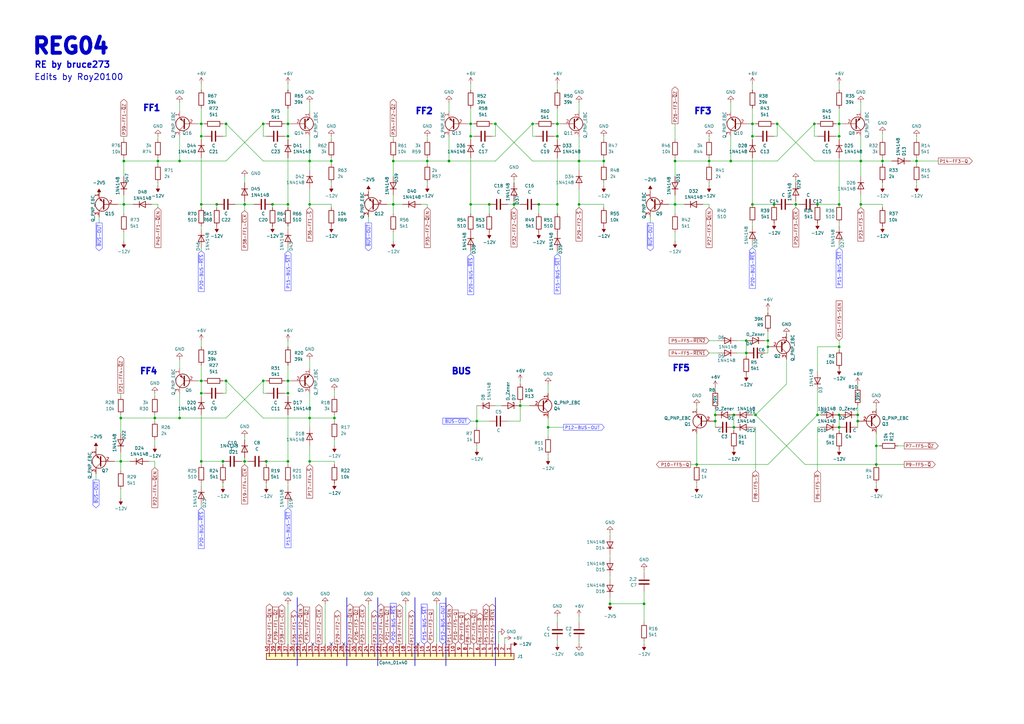
<source format=kicad_sch>
(kicad_sch (version 20250114) (generator "eeschema") (generator_version "9.0")
  (paper "A3")
  (text "Edits by Roy20100" (at 13.97 31.75 0) (effects (font (size 2.54 2.54) (thickness 0.3175)) (justify left)))
  (text "RE by bruce273" (at 13.97 26.67 0) (effects (font (size 2.54 2.54) (thickness 0.508) (bold yes)) (justify left)))
  (text "FF2" (at 173.99 45.72 0) (effects (font (size 2.54 2.54) (thickness 1.27) (bold yes))))
  (text "FF3" (at 288.29 45.72 0) (effects (font (size 2.54 2.54) (thickness 1.27) (bold yes))))
  (text "BUS" (at 189.23 152.4 0) (effects (font (size 2.54 2.54) (thickness 1.27) (bold yes))))
  (text "FF1" (at 62.23 44.45 0) (effects (font (size 2.54 2.54) (thickness 1.27) (bold yes))))
  (text "FF5" (at 279.4 151.13 0) (effects (font (size 2.54 2.54) (thickness 1.27) (bold yes))))
  (text "FF4" (at 60.96 152.4 0) (effects (font (size 2.54 2.54) (thickness 1.27) (bold yes))))
  (text "REG04" (at 12.7 19.05 0) (effects (font (size 6.35 6.35) (thickness 2.54) (bold yes)) (justify left)))
  (junction (at 335.28 170.18))
  (junction (at 193.04 50.8))
  (junction (at 218.44 50.8))
  (junction (at 247.65 66.04))
  (junction (at 91.44 189.23))
  (junction (at 276.86 66.04))
  (junction (at 359.41 182.88))
  (junction (at 73.66 66.04))
  (junction (at 200.66 83.82))
  (junction (at 100.33 83.82))
  (junction (at 293.37 172.72))
  (junction (at 127 171.45))
  (junction (at 203.2 50.8))
  (junction (at 127 83.82))
  (junction (at 334.01 50.8))
  (junction (at 107.95 156.21))
  (junction (at 285.75 190.5))
  (junction (at 318.77 50.8))
  (junction (at 276.86 83.82))
  (junction (at 64.77 66.04))
  (junction (at 118.11 55.88))
  (junction (at 184.15 66.04))
  (junction (at 353.06 66.04))
  (junction (at 193.04 83.82))
  (junction (at 118.11 189.23))
  (junction (at 127 189.23))
  (junction (at 335.28 83.82))
  (junction (at 82.55 156.21))
  (junction (at 50.8 66.04))
  (junction (at 344.17 83.82))
  (junction (at 237.49 66.04))
  (junction (at 228.6 50.8))
  (junction (at 375.92 66.04))
  (junction (at 344.17 55.88))
  (junction (at 161.29 66.04))
  (junction (at 344.17 175.26))
  (junction (at 111.76 83.82))
  (junction (at 293.37 170.18))
  (junction (at 314.96 139.7))
  (junction (at 127 66.04))
  (junction (at 82.55 55.88))
  (junction (at 308.61 50.8))
  (junction (at 73.66 171.45))
  (junction (at 63.5 171.45))
  (junction (at 175.26 66.04))
  (junction (at 193.04 55.88))
  (junction (at 118.11 161.29))
  (junction (at 351.79 172.72))
  (junction (at 224.79 175.26))
  (junction (at 82.55 83.82))
  (junction (at 326.39 83.82))
  (junction (at 92.71 156.21))
  (junction (at 88.9 83.82))
  (junction (at 353.06 83.82))
  (junction (at 50.8 83.82))
  (junction (at 306.07 144.78))
  (junction (at 107.95 50.8))
  (junction (at 308.61 55.88))
  (junction (at 161.29 83.82))
  (junction (at 92.71 50.8))
  (junction (at 359.41 190.5))
  (junction (at 195.58 172.72))
  (junction (at 49.53 171.45))
  (junction (at 82.55 50.8))
  (junction (at 344.17 142.24))
  (junction (at 109.22 189.23))
  (junction (at 237.49 83.82))
  (junction (at 344.17 170.18))
  (junction (at 309.88 170.18))
  (junction (at 210.82 83.82))
  (junction (at 135.89 66.04))
  (junction (at 361.95 66.04))
  (junction (at 314.96 142.24))
  (junction (at 299.72 66.04))
  (junction (at 317.5 83.82))
  (junction (at 118.11 83.82))
  (junction (at 306.07 139.7))
  (junction (at 220.98 83.82))
  (junction (at 300.99 175.26))
  (junction (at 228.6 55.88))
  (junction (at 300.99 170.18))
  (junction (at 290.83 66.04))
  (junction (at 228.6 83.82))
  (junction (at 351.79 170.18))
  (junction (at 264.16 247.65))
  (junction (at 344.17 50.8))
  (junction (at 82.55 189.23))
  (junction (at 250.19 247.65))
  (junction (at 118.11 50.8))
  (junction (at 137.16 171.45))
  (junction (at 213.36 166.37))
  (junction (at 100.33 189.23))
  (junction (at 82.55 161.29))
  (junction (at 308.61 83.82))
  (junction (at 49.53 189.23))
  (junction (at 118.11 156.21))
  (no_connect (at 135.89 264.16))
  (no_connect (at 140.97 264.16))
  (no_connect (at 171.45 264.16))
  (no_connect (at 128.27 264.16))
  (wire (pts (xy 161.29 64.77) (xy 161.29 66.04)))
  (wire (pts (xy 335.28 175.26) (xy 336.55 175.26)))
  (polyline (pts (xy 182.88 245.11) (xy 182.88 273.05)) (stroke (width 0.254)))
  (wire (pts (xy 231.14 175.26) (xy 224.79 175.26)))
  (wire (pts (xy 276.86 50.8) (xy 276.86 57.15)))
  (wire (pts (xy 335.28 83.82) (xy 344.17 83.82)))
  (wire (pts (xy 82.55 92.71) (xy 82.55 93.98)))
  (wire (pts (xy 283.21 190.5) (xy 285.75 190.5)))
  (wire (pts (xy 151.13 247.65) (xy 151.13 264.16)))
  (wire (pts (xy 50.8 66.04) (xy 64.77 66.04)))
  (wire (pts (xy 158.75 83.82) (xy 161.29 83.82)))
  (wire (pts (xy 307.34 50.8) (xy 308.61 50.8)))
  (wire (pts (xy 82.55 34.29) (xy 82.55 36.83)))
  (wire (pts (xy 228.6 55.88) (xy 228.6 50.8)))
  (wire (pts (xy 107.95 55.88) (xy 109.22 55.88)))
  (wire (pts (xy 137.16 170.18) (xy 137.16 171.45)))
  (wire (pts (xy 109.22 189.23) (xy 109.22 190.5)))
  (wire (pts (xy 247.65 85.09) (xy 247.65 83.82)))
  (wire (pts (xy 175.26 76.2) (xy 175.26 74.93)))
  (wire (pts (xy 100.33 82.55) (xy 100.33 83.82)))
  (wire (pts (xy 127 161.29) (xy 127 171.45)))
  (wire (pts (xy 325.12 83.82) (xy 326.39 83.82)))
  (wire (pts (xy 81.28 50.8) (xy 82.55 50.8)))
  (wire (pts (xy 293.37 167.64) (xy 293.37 170.18)))
  (wire (pts (xy 92.71 55.88) (xy 91.44 55.88)))
  (wire (pts (xy 299.72 66.04) (xy 318.77 66.04)))
  (wire (pts (xy 193.04 44.45) (xy 193.04 50.8)))
  (wire (pts (xy 359.41 182.88) (xy 359.41 190.5)))
  (wire (pts (xy 276.86 99.06) (xy 276.86 95.25)))
  (wire (pts (xy 326.39 73.66) (xy 326.39 74.93)))
  (wire (pts (xy 227.33 55.88) (xy 228.6 55.88)))
  (wire (pts (xy 63.5 189.23) (xy 60.96 189.23)))
  (wire (pts (xy 165.1 83.82) (xy 161.29 83.82)))
  (wire (pts (xy 193.04 55.88) (xy 194.31 55.88)))
  (wire (pts (xy 82.55 83.82) (xy 88.9 83.82)))
  (wire (pts (xy 290.83 64.77) (xy 290.83 66.04)))
  (wire (pts (xy 300.99 175.26) (xy 300.99 176.53)))
  (wire (pts (xy 308.61 91.44) (xy 308.61 92.71)))
  (wire (pts (xy 237.49 77.47) (xy 237.49 83.82)))
  (wire (pts (xy 203.2 55.88) (xy 201.93 55.88)))
  (wire (pts (xy 109.22 156.21) (xy 107.95 156.21)))
  (wire (pts (xy 314.96 142.24) (xy 314.96 139.7)))
  (wire (pts (xy 118.11 207.01) (xy 118.11 208.28)))
  (wire (pts (xy 184.15 55.88) (xy 184.15 66.04)))
  (wire (pts (xy 109.22 198.12) (xy 109.22 199.39)))
  (wire (pts (xy 193.04 55.88) (xy 193.04 57.15)))
  (wire (pts (xy 118.11 189.23) (xy 118.11 190.5)))
  (wire (pts (xy 82.55 50.8) (xy 82.55 55.88)))
  (wire (pts (xy 82.55 161.29) (xy 83.82 161.29)))
  (wire (pts (xy 118.11 83.82) (xy 118.11 85.09)))
  (wire (pts (xy 118.11 149.86) (xy 118.11 156.21)))
  (wire (pts (xy 135.89 55.88) (xy 135.89 57.15)))
  (wire (pts (xy 54.61 83.82) (xy 50.8 83.82)))
  (wire (pts (xy 161.29 80.01) (xy 161.29 83.82)))
  (wire (pts (xy 109.22 50.8) (xy 107.95 50.8)))
  (wire (pts (xy 64.77 83.82) (xy 62.23 83.82)))
  (wire (pts (xy 92.71 50.8) (xy 107.95 66.04)))
  (wire (pts (xy 204.47 259.08) (xy 204.47 264.16)))
  (wire (pts (xy 276.86 87.63) (xy 276.86 83.82)))
  (wire (pts (xy 73.66 147.32) (xy 73.66 151.13)))
  (wire (pts (xy 318.77 50.8) (xy 318.77 55.88)))
  (wire (pts (xy 375.92 64.77) (xy 375.92 66.04)))
  (wire (pts (xy 151.13 88.9) (xy 151.13 91.44)))
  (wire (pts (xy 351.79 157.48) (xy 351.79 158.75)))
  (wire (pts (xy 118.11 55.88) (xy 118.11 57.15)))
  (wire (pts (xy 326.39 83.82) (xy 326.39 85.09)))
  (wire (pts (xy 264.16 264.16) (xy 264.16 262.89)))
  (wire (pts (xy 82.55 189.23) (xy 91.44 189.23)))
  (wire (pts (xy 127 66.04) (xy 135.89 66.04)))
  (wire (pts (xy 264.16 242.57) (xy 264.16 247.65)))
  (wire (pts (xy 49.53 161.29) (xy 49.53 162.56)))
  (wire (pts (xy 276.86 66.04) (xy 276.86 72.39)))
  (wire (pts (xy 228.6 50.8) (xy 229.87 50.8)))
  (wire (pts (xy 375.92 76.2) (xy 375.92 74.93)))
  (wire (pts (xy 213.36 156.21) (xy 213.36 157.48)))
  (wire (pts (xy 195.58 172.72) (xy 200.66 172.72)))
  (wire (pts (xy 299.72 41.91) (xy 299.72 45.72)))
  (wire (pts (xy 361.95 76.2) (xy 361.95 74.93)))
  (wire (pts (xy 63.5 170.18) (xy 63.5 171.45)))
  (wire (pts (xy 107.95 161.29) (xy 109.22 161.29)))
  (wire (pts (xy 290.83 83.82) (xy 288.29 83.82)))
  (wire (pts (xy 64.77 76.2) (xy 64.77 74.93)))
  (polyline (pts (xy 121.92 245.11) (xy 121.92 273.05)) (stroke (width 0.254)))
  (wire (pts (xy 46.99 189.23) (xy 49.53 189.23)))
  (wire (pts (xy 49.53 193.04) (xy 49.53 189.23)))
  (wire (pts (xy 228.6 102.87) (xy 228.6 104.14)))
  (wire (pts (xy 213.36 165.1) (xy 213.36 166.37)))
  (wire (pts (xy 64.77 83.82) (xy 64.77 85.09)))
  (wire (pts (xy 285.75 177.8) (xy 285.75 190.5)))
  (wire (pts (xy 250.19 236.22) (xy 250.19 237.49)))
  (wire (pts (xy 175.26 66.04) (xy 184.15 66.04)))
  (wire (pts (xy 39.37 194.31) (xy 39.37 196.85)))
  (wire (pts (xy 375.92 66.04) (xy 375.92 67.31)))
  (wire (pts (xy 344.17 55.88) (xy 344.17 50.8)))
  (wire (pts (xy 359.41 190.5) (xy 370.84 190.5)))
  (wire (pts (xy 280.67 83.82) (xy 276.86 83.82)))
  (wire (pts (xy 308.61 50.8) (xy 308.61 55.88)))
  (wire (pts (xy 335.28 175.26) (xy 335.28 193.04)))
  (wire (pts (xy 228.6 252.73) (xy 228.6 255.27)))
  (wire (pts (xy 191.77 50.8) (xy 193.04 50.8)))
  (wire (pts (xy 135.89 83.82) (xy 127 83.82)))
  (wire (pts (xy 161.29 66.04) (xy 161.29 72.39)))
  (wire (pts (xy 49.53 171.45) (xy 49.53 177.8)))
  (wire (pts (xy 127 77.47) (xy 127 83.82)))
  (wire (pts (xy 82.55 139.7) (xy 82.55 142.24)))
  (wire (pts (xy 82.55 83.82) (xy 82.55 85.09)))
  (wire (pts (xy 218.44 55.88) (xy 219.71 55.88)))
  (wire (pts (xy 100.33 179.07) (xy 100.33 180.34)))
  (wire (pts (xy 118.11 156.21) (xy 119.38 156.21)))
  (wire (pts (xy 314.96 144.78) (xy 314.96 142.24)))
  (wire (pts (xy 82.55 149.86) (xy 82.55 156.21)))
  (wire (pts (xy 127 171.45) (xy 137.16 171.45)))
  (wire (pts (xy 335.28 160.02) (xy 335.28 170.18)))
  (wire (pts (xy 353.06 55.88) (xy 353.06 66.04)))
  (wire (pts (xy 344.17 176.53) (xy 344.17 175.26)))
  (wire (pts (xy 361.95 66.04) (xy 365.76 66.04)))
  (wire (pts (xy 203.2 166.37) (xy 205.74 166.37)))
  (wire (pts (xy 308.61 83.82) (xy 317.5 83.82)))
  (wire (pts (xy 100.33 187.96) (xy 100.33 189.23)))
  (wire (pts (xy 193.04 83.82) (xy 200.66 83.82)))
  (wire (pts (xy 53.34 189.23) (xy 49.53 189.23)))
  (wire (pts (xy 82.55 170.18) (xy 82.55 189.23)))
  (wire (pts (xy 127 41.91) (xy 127 45.72)))
  (wire (pts (xy 161.29 55.88) (xy 161.29 57.15)))
  (wire (pts (xy 227.33 50.8) (xy 228.6 50.8)))
  (wire (pts (xy 250.19 247.65) (xy 264.16 247.65)))
  (wire (pts (xy 193.04 172.72) (xy 195.58 172.72)))
  (wire (pts (xy 326.39 82.55) (xy 326.39 83.82)))
  (wire (pts (xy 308.61 170.18) (xy 309.88 170.18)))
  (wire (pts (xy 118.11 50.8) (xy 119.38 50.8)))
  (wire (pts (xy 370.84 182.88) (xy 368.3 182.88)))
  (wire (pts (xy 161.29 66.04) (xy 175.26 66.04)))
  (wire (pts (xy 210.82 83.82) (xy 210.82 85.09)))
  (wire (pts (xy 276.86 80.01) (xy 276.86 83.82)))
  (wire (pts (xy 293.37 172.72) (xy 293.37 175.26)))
  (wire (pts (xy 300.99 175.26) (xy 300.99 170.18)))
  (wire (pts (xy 375.92 55.88) (xy 375.92 57.15)))
  (wire (pts (xy 193.04 83.82) (xy 193.04 87.63)))
  (wire (pts (xy 314.96 139.7) (xy 313.69 139.7)))
  (wire (pts (xy 237.49 66.04) (xy 237.49 69.85)))
  (wire (pts (xy 63.5 162.56) (xy 63.5 161.29)))
  (wire (pts (xy 49.53 170.18) (xy 49.53 171.45)))
  (wire (pts (xy 91.44 189.23) (xy 91.44 190.5)))
  (wire (pts (xy 135.89 64.77) (xy 135.89 66.04)))
  (wire (pts (xy 127 189.23) (xy 127 190.5)))
  (wire (pts (xy 179.07 247.65) (xy 179.07 264.16)))
  (wire (pts (xy 195.58 172.72) (xy 195.58 175.26)))
  (wire (pts (xy 274.32 83.82) (xy 276.86 83.82)))
  (wire (pts (xy 64.77 64.77) (xy 64.77 66.04)))
  (wire (pts (xy 99.06 189.23) (xy 100.33 189.23)))
  (wire (pts (xy 175.26 55.88) (xy 175.26 57.15)))
  (wire (pts (xy 92.71 66.04) (xy 107.95 50.8)))
  (wire (pts (xy 308.61 34.29) (xy 308.61 36.83)))
  (wire (pts (xy 314.96 190.5) (xy 335.28 170.18)))
  (wire (pts (xy 335.28 170.18) (xy 336.55 170.18)))
  (wire (pts (xy 137.16 189.23) (xy 127 189.23)))
  (wire (pts (xy 353.06 80.01) (xy 353.06 83.82)))
  (wire (pts (xy 344.17 64.77) (xy 344.17 83.82)))
  (wire (pts (xy 118.11 170.18) (xy 118.11 189.23)))
  (wire (pts (xy 127 66.04) (xy 127 69.85)))
  (wire (pts (xy 63.5 189.23) (xy 63.5 191.77)))
  (wire (pts (xy 318.77 55.88) (xy 317.5 55.88)))
  (wire (pts (xy 127 55.88) (xy 127 66.04)))
  (wire (pts (xy 250.19 227.33) (xy 250.19 228.6)))
  (wire (pts (xy 50.8 55.88) (xy 50.8 57.15)))
  (wire (pts (xy 193.04 64.77) (xy 193.04 83.82)))
  (wire (pts (xy 195.58 184.15) (xy 195.58 182.88)))
  (wire (pts (xy 195.58 166.37) (xy 195.58 172.72)))
  (wire (pts (xy 111.76 83.82) (xy 118.11 83.82)))
  (wire (pts (xy 290.83 74.93) (xy 290.83 76.2)))
  (wire (pts (xy 334.01 66.04) (xy 353.06 66.04)))
  (wire (pts (xy 342.9 55.88) (xy 344.17 55.88)))
  (wire (pts (xy 116.84 161.29) (xy 118.11 161.29)))
  (wire (pts (xy 228.6 264.16) (xy 228.6 262.89)))
  (wire (pts (xy 218.44 66.04) (xy 237.49 66.04)))
  (wire (pts (xy 193.04 34.29) (xy 193.04 36.83)))
  (wire (pts (xy 361.95 66.04) (xy 361.95 67.31)))
  (wire (pts (xy 49.53 204.47) (xy 49.53 200.66)))
  (wire (pts (xy 210.82 82.55) (xy 210.82 83.82)))
  (wire (pts (xy 309.88 170.18) (xy 322.58 157.48)))
  (wire (pts (xy 82.55 156.21) (xy 83.82 156.21)))
  (wire (pts (xy 359.41 182.88) (xy 360.68 182.88)))
  (wire (pts (xy 306.07 144.78) (xy 306.07 146.05)))
  (wire (pts (xy 50.8 72.39) (xy 50.8 66.04)))
  (wire (pts (xy 161.29 99.06) (xy 161.29 95.25)))
  (wire (pts (xy 100.33 74.93) (xy 100.33 72.39)))
  (wire (pts (xy 203.2 50.8) (xy 203.2 55.88)))
  (wire (pts (xy 237.49 41.91) (xy 237.49 45.72)))
  (wire (pts (xy 294.64 144.78) (xy 290.83 144.78)))
  (wire (pts (xy 48.26 83.82) (xy 50.8 83.82)))
  (wire (pts (xy 118.11 34.29) (xy 118.11 36.83)))
  (wire (pts (xy 276.86 64.77) (xy 276.86 66.04)))
  (wire (pts (xy 293.37 170.18) (xy 293.37 172.72)))
  (wire (pts (xy 73.66 66.04) (xy 92.71 66.04)))
  (wire (pts (xy 317.5 50.8) (xy 318.77 50.8)))
  (wire (pts (xy 314.96 144.78) (xy 313.69 144.78)))
  (polyline (pts (xy 154.94 245.11) (xy 154.94 273.05)) (stroke (width 0.254)))
  (wire (pts (xy 220.98 83.82) (xy 220.98 87.63)))
  (wire (pts (xy 175.26 83.82) (xy 175.26 85.09)))
  (wire (pts (xy 224.79 171.45) (xy 224.79 175.26)))
  (wire (pts (xy 353.06 83.82) (xy 361.95 83.82)))
  (wire (pts (xy 302.26 139.7) (xy 306.07 139.7)))
  (wire (pts (xy 118.11 198.12) (xy 118.11 199.39)))
  (wire (pts (xy 342.9 50.8) (xy 344.17 50.8)))
  (wire (pts (xy 375.92 66.04) (xy 384.81 66.04)))
  (wire (pts (xy 133.35 247.65) (xy 133.35 264.16)))
  (wire (pts (xy 308.61 64.77) (xy 308.61 83.82)))
  (wire (pts (xy 326.39 83.82) (xy 327.66 83.82)))
  (wire (pts (xy 118.11 101.6) (xy 118.11 102.87)))
  (wire (pts (xy 334.01 55.88) (xy 335.28 55.88)))
  (wire (pts (xy 63.5 182.88) (xy 63.5 180.34)))
  (wire (pts (xy 344.17 143.51) (xy 344.17 142.24)))
  (wire (pts (xy 344.17 55.88) (xy 344.17 57.15)))
  (polyline (pts (xy 203.2 245.11) (xy 203.2 273.05)) (stroke (width 0.254)))
  (wire (pts (xy 118.11 55.88) (xy 118.11 50.8)))
  (wire (pts (xy 219.71 50.8) (xy 218.44 50.8)))
  (wire (pts (xy 88.9 83.82) (xy 88.9 85.09)))
  (wire (pts (xy 161.29 87.63) (xy 161.29 83.82)))
  (wire (pts (xy 50.8 80.01) (xy 50.8 83.82)))
  (wire (pts (xy 49.53 185.42) (xy 49.53 189.23)))
  (wire (pts (xy 82.55 198.12) (xy 82.55 199.39)))
  (wire (pts (xy 353.06 66.04) (xy 353.06 72.39)))
  (wire (pts (xy 290.83 66.04) (xy 299.72 66.04)))
  (wire (pts (xy 64.77 55.88) (xy 64.77 57.15)))
  (wire (pts (xy 228.6 64.77) (xy 228.6 83.82)))
  (wire (pts (xy 91.44 198.12) (xy 91.44 199.39)))
  (wire (pts (xy 322.58 157.48) (xy 322.58 147.32)))
  (wire (pts (xy 351.79 172.72) (xy 351.79 175.26)))
  (wire (pts (xy 82.55 55.88) (xy 82.55 57.15)))
  (wire (pts (xy 82.55 44.45) (xy 82.55 50.8)))
  (wire (pts (xy 247.65 76.2) (xy 247.65 74.93)))
  (wire (pts (xy 264.16 255.27) (xy 264.16 247.65)))
  (wire (pts (xy 118.11 161.29) (xy 118.11 162.56)))
  (wire (pts (xy 237.49 85.09) (xy 237.49 83.82)))
  (wire (pts (xy 40.64 88.9) (xy 40.64 91.44)))
  (wire (pts (xy 220.98 83.82) (xy 228.6 83.82)))
  (wire (pts (xy 353.06 83.82) (xy 353.06 85.09)))
  (wire (pts (xy 73.66 41.91) (xy 73.66 45.72)))
  (wire (pts (xy 64.77 66.04) (xy 73.66 66.04)))
  (wire (pts (xy 344.17 34.29) (xy 344.17 36.83)))
  (wire (pts (xy 107.95 66.04) (xy 127 66.04)))
  (wire (pts (xy 82.55 50.8) (xy 83.82 50.8)))
  (wire (pts (xy 63.5 171.45) (xy 63.5 172.72)))
  (wire (pts (xy 137.16 171.45) (xy 137.16 172.72)))
  (wire (pts (xy 210.82 83.82) (xy 213.36 83.82)))
  (wire (pts (xy 359.41 199.39) (xy 359.41 198.12)))
  (wire (pts (xy 203.2 50.8) (xy 218.44 66.04)))
  (wire (pts (xy 247.65 64.77) (xy 247.65 66.04)))
  (wire (pts (xy 237.49 55.88) (xy 237.49 66.04)))
  (wire (pts (xy 250.19 247.65) (xy 250.19 245.11)))
  (wire (pts (xy 96.52 83.82) (xy 100.33 83.82)))
  (wire (pts (xy 50.8 64.77) (xy 50.8 66.04)))
  (wire (pts (xy 91.44 156.21) (xy 92.71 156.21)))
  (wire (pts (xy 111.76 83.82) (xy 111.76 85.09)))
  (wire (pts (xy 100.33 83.82) (xy 104.14 83.82)))
  (wire (pts (xy 290.83 55.88) (xy 290.83 57.15)))
  (wire (pts (xy 166.37 247.65) (xy 166.37 264.16)))
  (wire (pts (xy 40.64 78.74) (xy 40.64 80.01)))
  (wire (pts (xy 118.11 93.98) (xy 118.11 92.71)))
  (wire (pts (xy 306.07 139.7) (xy 306.07 144.78)))
  (wire (pts (xy 330.2 190.5) (xy 309.88 170.18)))
  (wire (pts (xy 314.96 127) (xy 314.96 128.27)))
  (wire (pts (xy 344.17 50.8) (xy 345.44 50.8)))
  (wire (pts (xy 335.28 142.24) (xy 335.28 152.4)))
  (wire (pts (xy 82.55 55.88) (xy 83.82 55.88)))
  (wire (pts (xy 116.84 55.88) (xy 118.11 55.88)))
  (wire (pts (xy 137.16 182.88) (xy 137.16 180.34)))
  (wire (pts (xy 224.79 175.26) (xy 224.79 179.07)))
  (wire (pts (xy 308.61 100.33) (xy 308.61 101.6)))
  (wire (pts (xy 135.89 76.2) (xy 135.89 74.93)))
  (wire (pts (xy 228.6 55.88) (xy 228.6 57.15)))
  (wire (pts (xy 373.38 66.04) (xy 375.92 66.04)))
  (wire (pts (xy 208.28 83.82) (xy 210.82 83.82)))
  (wire (pts (xy 127 171.45) (xy 127 175.26)))
  (wire (pts (xy 63.5 171.45) (xy 73.66 171.45)))
  (wire (pts (xy 344.17 100.33) (xy 344.17 101.6)))
  (wire (pts (xy 109.22 189.23) (xy 118.11 189.23)))
  (wire (pts (xy 213.36 166.37) (xy 217.17 166.37)))
  (wire (pts (xy 175.26 66.04) (xy 175.26 67.31)))
  (wire (pts (xy 361.95 83.82) (xy 361.95 85.09)))
  (wire (pts (xy 237.49 252.73) (xy 237.49 255.27)))
  (wire (pts (xy 73.66 161.29) (xy 73.66 171.45)))
  (wire (pts (xy 344.17 139.7) (xy 344.17 142.24)))
  (wire (pts (xy 334.01 55.88) (xy 334.01 50.8)))
  (wire (pts (xy 81.28 156.21) (xy 82.55 156.21)))
  (wire (pts (xy 335.28 50.8) (xy 334.01 50.8)))
  (wire (pts (xy 228.6 34.29) (xy 228.6 36.83)))
  (polyline (pts (xy 142.24 245.11) (xy 142.24 273.05)) (stroke (width 0.254)))
  (wire (pts (xy 351.79 170.18) (xy 351.79 172.72)))
  (wire (pts (xy 237.49 262.89) (xy 237.49 264.16)))
  (wire (pts (xy 116.84 156.21) (xy 118.11 156.21)))
  (wire (pts (xy 200.66 83.82) (xy 200.66 87.63)))
  (wire (pts (xy 228.6 44.45) (xy 228.6 50.8)))
  (wire (pts (xy 203.2 66.04) (xy 218.44 50.8)))
  (wire (pts (xy 285.75 190.5) (xy 314.96 190.5)))
  (wire (pts (xy 175.26 83.82) (xy 172.72 83.82)))
  (wire (pts (xy 361.95 54.61) (xy 361.95 57.15)))
  (wire (pts (xy 335.28 142.24) (xy 344.17 142.24)))
  (wire (pts (xy 247.65 66.04) (xy 237.49 66.04)))
  (wire (pts (xy 118.11 161.29) (xy 118.11 156.21)))
  (wire (pts (xy 264.16 233.68) (xy 264.16 234.95)))
  (wire (pts (xy 193.04 102.87) (xy 193.04 104.14)))
  (wire (pts (xy 137.16 190.5) (xy 137.16 189.23)))
  (wire (pts (xy 247.65 55.88) (xy 247.65 57.15)))
  (wire (pts (xy 207.01 261.62) (xy 207.01 264.16)))
  (wire (pts (xy 100.33 83.82) (xy 100.33 86.36)))
  (wire (pts (xy 213.36 166.37) (xy 213.36 172.72)))
  (wire (pts (xy 118.11 139.7) (xy 118.11 142.24)))
  (wire (pts (xy 361.95 64.77) (xy 361.95 66.04)))
  (wire (pts (xy 107.95 171.45) (xy 127 171.45)))
  (wire (pts (xy 64.77 67.31) (xy 64.77 66.04)))
  (wire (pts (xy 353.06 41.91) (xy 353.06 45.72)))
  (wire (pts (xy 175.26 64.77) (xy 175.26 66.04)))
  (wire (pts (xy 92.71 171.45) (xy 107.95 156.21)))
  (wire (pts (xy 228.6 83.82) (xy 228.6 87.63)))
  (wire (pts (xy 82.55 101.6) (xy 82.55 102.87)))
  (wire (pts (xy 266.7 88.9) (xy 266.7 91.44)))
  (wire (pts (xy 302.26 144.78) (xy 306.07 144.78)))
  (wire (pts (xy 308.61 55.88) (xy 308.61 57.15)))
  (wire (pts (xy 100.33 189.23) (xy 101.6 189.23)))
  (wire (pts (xy 73.66 171.45) (xy 92.71 171.45)))
  (wire (pts (xy 201.93 50.8) (xy 203.2 50.8)))
  (wire (pts (xy 213.36 172.72) (xy 208.28 172.72)))
  (wire (pts (xy 135.89 83.82) (xy 135.89 85.09)))
  (wire (pts (xy 308.61 55.88) (xy 309.88 55.88)))
  (wire (pts (xy 135.89 67.31) (xy 135.89 66.04)))
  (wire (pts (xy 247.65 67.31) (xy 247.65 66.04)))
  (wire (pts (xy 330.2 190.5) (xy 359.41 190.5)))
  (wire (pts (xy 118.11 44.45) (xy 118.11 50.8)))
  (wire (pts (xy 184.15 41.91) (xy 184.15 45.72)))
  (wire (pts (xy 184.15 66.04) (xy 203.2 66.04)))
  (wire (pts (xy 285.75 167.64) (xy 285.75 166.37)))
  (wire (pts (xy 82.55 64.77) (xy 82.55 83.82)))
  (wire (pts (xy 91.44 50.8) (xy 92.71 50.8)))
  (wire (pts (xy 294.64 139.7) (xy 290.83 139.7)))
  (wire (pts (xy 73.66 55.88) (xy 73.66 66.04)))
  (wire (pts (xy 344.17 91.44) (xy 344.17 92.71)))
  (wire (pts (xy 118.11 247.65) (xy 118.11 264.16)))
  (wire (pts (xy 308.61 44.45) (xy 308.61 50.8)))
  (wire (pts (xy 353.06 66.04) (xy 361.95 66.04)))
  (wire (pts (xy 92.71 156.21) (xy 107.95 171.45)))
  (wire (pts (xy 82.55 156.21) (xy 82.55 161.29)))
  (wire (pts (xy 314.96 135.89) (xy 314.96 139.7)))
  (wire (pts (xy 116.84 50.8) (xy 118.11 50.8)))
  (wire (pts (xy 250.19 218.44) (xy 250.19 219.71)))
  (wire (pts (xy 344.17 44.45) (xy 344.17 50.8)))
  (wire (pts (xy 50.8 99.06) (xy 50.8 95.25)))
  (wire (pts (xy 290.83 66.04) (xy 290.83 67.31)))
  (wire (pts (xy 82.55 161.29) (xy 82.55 162.56)))
  (wire (pts (xy 193.04 50.8) (xy 194.31 50.8)))
  (wire (pts (xy 50.8 87.63) (xy 50.8 83.82)))
  (wire (pts (xy 299.72 55.88) (xy 299.72 66.04)))
  (wire (pts (xy 318.77 50.8) (xy 334.01 66.04)))
  (wire (pts (xy 309.88 175.26) (xy 308.61 175.26)))
  (wire (pts (xy 359.41 177.8) (xy 359.41 182.88)))
  (wire (pts (xy 137.16 160.02) (xy 137.16 162.56)))
  (wire (pts (xy 351.79 166.37) (xy 351.79 170.18)))
  (wire (pts (xy 344.17 175.26) (xy 344.17 170.18)))
  (wire (pts (xy 92.71 50.8) (xy 92.71 55.88)))
  (wire (pts (xy 127 83.82) (xy 127 85.09)))
  (wire (pts (xy 107.95 161.29) (xy 107.95 156.21)))
  (wire (pts (xy 82.55 189.23) (xy 82.55 190.5)))
  (wire (pts (xy 127 147.32) (xy 127 151.13)))
  (wire (pts (xy 309.88 175.26) (xy 309.88 193.04)))
  (wire (pts (xy 359.41 167.64) (xy 359.41 166.37)))
  (wire (pts (xy 218.44 55.88) (xy 218.44 50.8)))
  (wire (pts (xy 118.11 64.77) (xy 118.11 83.82)))
  (wire (pts (xy 82.55 207.01) (xy 82.55 208.28)))
  (polyline (pts (xy 170.18 245.11) (xy 170.18 273.05)) (stroke (width 0.254)))
  (wire (pts (xy 210.82 73.66) (xy 210.82 74.93)))
  (wire (pts (xy 224.79 157.48) (xy 224.79 161.29)))
  (wire (pts (xy 285.75 199.39) (xy 285.75 198.12)))
  (wire (pts (xy 193.04 50.8) (xy 193.04 55.88)))
  (wire (pts (xy 92.71 156.21) (xy 92.71 161.29)))
  (wire (pts (xy 49.53 171.45) (xy 63.5 171.45)))
  (wire (pts (xy 127 182.88) (xy 127 189.23)))
  (wire (pts (xy 308.61 50.8) (xy 309.88 50.8)))
  (wire (pts (xy 318.77 66.04) (xy 334.01 50.8)))
  (wire (pts (xy 107.95 55.88) (xy 107.95 50.8)))
  (wire (pts (xy 293.37 158.75) (xy 293.37 160.02)))
  (wire (pts (xy 100.33 189.23) (xy 100.33 190.5)))
  (wire (pts (xy 237.49 83.82) (xy 247.65 83.82)))
  (wire (pts (xy 92.71 161.29) (xy 91.44 161.29)))
  (wire (pts (xy 276.86 66.04) (xy 290.83 66.04)))
  (wire (pts (xy 224.79 187.96) (xy 224.79 186.69)))
  (wire (pts (xy 290.83 83.82) (xy 290.83 85.09)))
  (global_label "P19-FF4-~{CLK}" (shape output) (at 163.83 264.16 90) (property "Intersheetrefs" "${INTERSHEET_REFS}" (effects (hide yes))))
  (global_label "P12-BUS-OUT" (shape output) (at 231.14 175.26 0) (property "Intersheetrefs" "${INTERSHEET_REFS}" (effects (hide yes))))
  (global_label "P17-FF4-~{S}" (shape output) (at 168.91 264.16 90) (property "Intersheetrefs" "${INTERSHEET_REFS}" (effects (hide yes))))
  (global_label "P9-FF5-~{Q}" (shape output) (at 370.84 190.5 0) (property "Intersheetrefs" "${INTERSHEET_REFS}" (effects (hide yes))))
  (global_label "P8-FF5-~{S}" (shape input) (at 309.88 193.04 270) (property "Intersheetrefs" "${INTERSHEET_REFS}" (effects (hide yes))))
  (global_label "P20-BUS-~{RES}" (shape input) (at 161.29 264.16 90) (property "Intersheetrefs" "${INTERSHEET_REFS}" (effects (hide yes))))
  (global_label "P10-FF5-Q" (shape input) (at 186.69 264.16 90) (property "Intersheetrefs" "${INTERSHEET_REFS}" (effects (hide yes))))
  (global_label "~{BUS-OUT}" (shape input) (at 193.04 172.72 180) (property "Intersheetrefs" "${INTERSHEET_REFS}" (effects (hide yes))))
  (global_label "P15-BUS-~{SET}" (shape input) (at 118.11 208.28 270) (property "Intersheetrefs" "${INTERSHEET_REFS}" (effects (hide yes))))
  (global_label "P14-FF3-Q" (shape output) (at 384.81 66.04 0) (property "Intersheetrefs" "${INTERSHEET_REFS}" (effects (hide yes))))
  (global_label "P22-FF4-~{Q}EN" (shape input) (at 63.5 191.77 270) (property "Intersheetrefs" "${INTERSHEET_REFS}" (effects (hide yes))))
  (global_label "~{BUS-OUT}" (shape output) (at 39.37 196.85 270) (property "Intersheetrefs" "${INTERSHEET_REFS}" (effects (hide yes))))
  (global_label "P38-FF1-~{CLK}" (shape input) (at 100.33 86.36 270) (property "Intersheetrefs" "${INTERSHEET_REFS}" (effects (hide yes))))
  (global_label "~{BUS-OUT}" (shape output) (at 151.13 91.44 270) (property "Intersheetrefs" "${INTERSHEET_REFS}" (effects (hide yes))))
  (global_label "P27-FF3-~{Q}EN" (shape output) (at 143.51 264.16 90) (property "Intersheetrefs" "${INTERSHEET_REFS}" (effects (hide yes))))
  (global_label "P20-BUS-~{RES}" (shape input) (at 82.55 102.87 270) (property "Intersheetrefs" "${INTERSHEET_REFS}" (effects (hide yes))))
  (global_label "P9-FF5-~{Q}" (shape input) (at 189.23 264.16 90) (property "Intersheetrefs" "${INTERSHEET_REFS}" (effects (hide yes))))
  (global_label "P5-FF5-~{REN2}" (shape input) (at 290.83 139.7 180) (property "Intersheetrefs" "${INTERSHEET_REFS}" (effects (hide yes))))
  (global_label "P4-FF5-~{REN1}" (shape input) (at 290.83 144.78 180) (property "Intersheetrefs" "${INTERSHEET_REFS}" (effects (hide yes))))
  (global_label "P21-FF4-~{Q}Z" (shape output) (at 49.53 161.29 90) (property "Intersheetrefs" "${INTERSHEET_REFS}" (effects (hide yes))))
  (global_label "P29-FF2-~{S}" (shape output) (at 138.43 264.16 90) (property "Intersheetrefs" "${INTERSHEET_REFS}" (effects (hide yes))))
  (global_label "P26-FF3-~{Q}Z" (shape output) (at 276.86 50.8 90) (property "Intersheetrefs" "${INTERSHEET_REFS}" (effects (hide yes))))
  (global_label "P32-FF2-~{CLK}" (shape output) (at 130.81 264.16 90) (property "Intersheetrefs" "${INTERSHEET_REFS}" (effects (hide yes))))
  (global_label "P15-BUS-~{SET}" (shape input) (at 228.6 104.14 270) (property "Intersheetrefs" "${INTERSHEET_REFS}" (effects (hide yes))))
  (global_label "P26-FF3-~{Q}Z" (shape input) (at 146.05 264.16 90) (property "Intersheetrefs" "${INTERSHEET_REFS}" (effects (hide yes))))
  (global_label "P36-FF1-~{S}" (shape input) (at 127 85.09 270) (property "Intersheetrefs" "${INTERSHEET_REFS}" (effects (hide yes))))
  (global_label "P39-FF1-~{Q}Z" (shape input) (at 113.03 264.16 90) (property "Intersheetrefs" "${INTERSHEET_REFS}" (effects (hide yes))))
  (global_label "P40-FF1-~{Q}EN" (shape output) (at 110.49 264.16 90) (property "Intersheetrefs" "${INTERSHEET_REFS}" (effects (hide yes))))
  (global_label "P15-BUS-~{SET}" (shape input) (at 173.99 264.16 90) (property "Intersheetrefs" "${INTERSHEET_REFS}" (effects (hide yes))))
  (global_label "P25-FF3-~{CLK}" (shape output) (at 148.59 264.16 90) (property "Intersheetrefs" "${INTERSHEET_REFS}" (effects (hide yes))))
  (global_label "P15-BUS-~{SET}" (shape input) (at 118.11 102.87 270) (property "Intersheetrefs" "${INTERSHEET_REFS}" (effects (hide yes))))
  (global_label "P11-FF5-SEN" (shape input) (at 344.17 139.7 90) (property "Intersheetrefs" "${INTERSHEET_REFS}" (effects (hide yes))))
  (global_label "P35-FF2-~{Q}EN" (shape output) (at 123.19 264.16 90) (property "Intersheetrefs" "${INTERSHEET_REFS}" (effects (hide yes))))
  (global_label "P7-FF5-~{Q}Z" (shape output) (at 370.84 182.88 0) (property "Intersheetrefs" "${INTERSHEET_REFS}" (effects (hide yes))))
  (global_label "P5-FF5-~{REN2}" (shape output) (at 199.39 264.16 90) (property "Intersheetrefs" "${INTERSHEET_REFS}" (effects (hide yes))))
  (global_label "P10-FF5-Q" (shape output) (at 283.21 190.5 180) (property "Intersheetrefs" "${INTERSHEET_REFS}" (effects (hide yes))))
  (global_label "P12-BUS-OUT" (shape input) (at 181.61 264.16 90) (property "Intersheetrefs" "${INTERSHEET_REFS}" (effects (hide yes))))
  (global_label "P7-FF5-~{Q}Z" (shape input) (at 194.31 264.16 90) (property "Intersheetrefs" "${INTERSHEET_REFS}" (effects (hide yes))))
  (global_label "P25-FF3-~{CLK}" (shape input) (at 326.39 85.09 270) (property "Intersheetrefs" "${INTERSHEET_REFS}" (effects (hide yes))))
  (global_label "P14-FF3-Q" (shape input) (at 176.53 264.16 90) (property "Intersheetrefs" "${INTERSHEET_REFS}" (effects (hide yes))))
  (global_label "P4-FF5-~{REN1}" (shape output) (at 201.93 264.16 90) (property "Intersheetrefs" "${INTERSHEET_REFS}" (effects (hide yes))))
  (global_label "P27-FF3-~{Q}EN" (shape input) (at 290.83 85.09 270) (property "Intersheetrefs" "${INTERSHEET_REFS}" (effects (hide yes))))
  (global_label "P35-FF2-~{Q}EN" (shape input) (at 175.26 85.09 270) (property "Intersheetrefs" "${INTERSHEET_REFS}" (effects (hide yes))))
  (global_label "P19-FF4-~{CLK}" (shape input) (at 100.33 190.5 270) (property "Intersheetrefs" "${INTERSHEET_REFS}" (effects (hide yes))))
  (global_label "P20-BUS-~{RES}" (shape input) (at 308.61 101.6 270) (property "Intersheetrefs" "${INTERSHEET_REFS}" (effects (hide yes))))
  (global_label "P23-FF3-~{S}" (shape input) (at 353.06 85.09 270) (property "Intersheetrefs" "${INTERSHEET_REFS}" (effects (hide yes))))
  (global_label "P8-FF5-~{S}" (shape output) (at 191.77 264.16 90) (property "Intersheetrefs" "${INTERSHEET_REFS}" (effects (hide yes))))
  (global_label "P38-FF1-~{CLK}" (shape output) (at 115.57 264.16 90) (property "Intersheetrefs" "${INTERSHEET_REFS}" (effects (hide yes))))
  (global_label "P32-FF2-~{CLK}" (shape input) (at 210.82 85.09 270) (property "Intersheetrefs" "${INTERSHEET_REFS}" (effects (hide yes))))
  (global_label "P39-FF1-~{Q}Z" (shape output) (at 50.8 55.88 90) (property "Intersheetrefs" "${INTERSHEET_REFS}" (effects (hide yes))))
  (global_label "P22-FF4-~{Q}EN" (shape output) (at 156.21 264.16 90) (property "Intersheetrefs" "${INTERSHEET_REFS}" (effects (hide yes))))
  (global_label "P15-BUS-~{SET}" (shape input) (at 344.17 101.6 270) (property "Intersheetrefs" "${INTERSHEET_REFS}" (effects (hide yes))))
  (global_label "P20-BUS-~{RES}" (shape input) (at 193.04 104.14 270) (property "Intersheetrefs" "${INTERSHEET_REFS}" (effects (hide yes))))
  (global_label "~{BUS-OUT}" (shape output) (at 266.7 91.44 270) (property "Intersheetrefs" "${INTERSHEET_REFS}" (effects (hide yes))))
  (global_label "P29-FF2-~{S}" (shape input) (at 237.49 85.09 270) (property "Intersheetrefs" "${INTERSHEET_REFS}" (effects (hide yes))))
  (global_label "P11-FF5-SEN" (shape output) (at 184.15 264.16 90) (property "Intersheetrefs" "${INTERSHEET_REFS}" (effects (hide yes))))
  (global_label "P17-FF4-~{S}" (shape input) (at 127 190.5 270) (property "Intersheetrefs" "${INTERSHEET_REFS}" (effects (hide yes))))
  (global_label "P40-FF1-~{Q}EN" (shape input) (at 64.77 85.09 270) (property "Intersheetrefs" "${INTERSHEET_REFS}" (effects (hide yes))))
  (global_label "~{BUS-OUT}" (shape output) (at 40.64 91.44 270) (property "Intersheetrefs" "${INTERSHEET_REFS}" (effects (hide yes))))
  (global_label "P6-FF5-~{R}" (shape output) (at 196.85 264.16 90) (property "Intersheetrefs" "${INTERSHEET_REFS}" (effects (hide yes))))
  (global_label "P20-BUS-~{RES}" (shape input) (at 82.55 208.28 270) (property "Intersheetrefs" "${INTERSHEET_REFS}" (effects (hide yes))))
  (global_label "P21-FF4-~{Q}Z" (shape input) (at 158.75 264.16 90) (property "Intersheetrefs" "${INTERSHEET_REFS}" (effects (hide yes))))
  (global_label "P34-FF2-~{Q}Z" (shape input) (at 125.73 264.16 90) (property "Intersheetrefs" "${INTERSHEET_REFS}" (effects (hide yes))))
  (global_label "P23-FF3-~{S}" (shape output) (at 153.67 264.16 90) (property "Intersheetrefs" "${INTERSHEET_REFS}" (effects (hide yes))))
  (global_label "P36-FF1-~{S}" (shape output) (at 120.65 264.16 90) (property "Intersheetrefs" "${INTERSHEET_REFS}" (effects (hide yes))))
  (global_label "P34-FF2-~{Q}Z" (shape output) (at 161.29 55.88 90) (property "Intersheetrefs" "${INTERSHEET_REFS}" (effects (hide yes))))
  (global_label "P6-FF5-~{R}" (shape input) (at 335.28 193.04 270) (property "Intersheetrefs" "${INTERSHEET_REFS}" (effects (hide yes))))
  (symbol (lib_id "Device:R") (at 313.69 50.8 90) (unit 1)
    (property "Reference" "R43" (at 313.69 44.45 90))
    (property "Value" "5k1" (at 313.69 46.99 90))
    (property "Footprint" "custom:R_Axial_DIN0207_L6.3mm_D2.5mm_P12.7 mm_Horizontal" (effects (hide yes)))
    (property "Description" "Resistor" (effects (hide yes)))
  )
  (symbol (lib_id "power:-12V") (at 109.22 199.39 180) (unit 1)
    (property "Reference" "#PWR090" (effects (hide yes)))
    (property "Value" "-12V" (at 109.22 203.5231 0))
    (property "Description" "Power symbol creates a global label with name \"-12V\"" (effects (hide yes)))
  )
  (symbol (lib_id "Device:Q_PNP_EBC") (at 124.46 156.21 0) (mirror x) (unit 1)
    (property "Reference" "Q5" (at 121.92 160.02 0) (effects (justify left)))
    (property "Value" "Q_PNP_EBC" (at 129.54 151.13 90) (effects (justify left)))
    (property "Footprint" "Package_TO_SOT_THT:TO-5-3" (effects (hide yes)))
    (property "Description" "PNP transistor, emitter/base/collector" (effects (hide yes)))
  )
  (symbol (lib_id "Device:Q_PNP_EBC") (at 76.2 50.8 180) (unit 1)
    (property "Reference" "Q16" (at 78.74 54.61 0) (effects (justify left)))
    (property "Value" "Q_PNP_EBC" (at 71.12 45.72 90) (effects (justify left)))
    (property "Footprint" "Package_TO_SOT_THT:TO-5-3" (effects (hide yes)))
    (property "Description" "PNP transistor, emitter/base/collector" (effects (hide yes)))
  )
  (symbol (lib_id "Device:R") (at 339.09 50.8 90) (unit 1)
    (property "Reference" "R45" (at 339.09 45.6395 90))
    (property "Value" "5k1" (at 339.09 48.0638 90))
    (property "Footprint" "custom:R_Axial_DIN0207_L6.3mm_D2.5mm_P12.7 mm_Horizontal" (effects (hide yes)))
    (property "Description" "Resistor" (effects (hide yes)))
  )
  (symbol (lib_id "Device:R") (at 161.29 60.96 0) (unit 1)
    (property "Reference" "R61" (at 163.068 59.7478 0) (effects (justify left)))
    (property "Value" "10k" (at 163.068 62.1721 0) (effects (justify left)))
    (property "Footprint" "custom:R_Axial_DIN0207_L6.3mm_D2.5mm_P12.7 mm_Horizontal" (effects (hide yes)))
    (property "Description" "Resistor" (effects (hide yes)))
  )
  (symbol (lib_id "Device:C") (at 217.17 83.82 90) (mirror x) (unit 1)
    (property "Reference" "C16" (at 217.17 76.2 90))
    (property "Value" "C" (at 217.17 78.74 90))
    (property "Footprint" "Capacitor_THT:C_Rect_L7.0mm_W2.0mm_P5.00mm" (effects (hide yes)))
    (property "Description" "Unpolarized capacitor" (effects (hide yes)))
  )
  (symbol (lib_id "Device:Q_PNP_EBC") (at 153.67 83.82 180) (unit 1)
    (property "Reference" "Q12" (at 157.48 87.63 0) (effects (justify left)))
    (property "Value" "Q_PNP_EBC" (at 148.59 78.74 90) (effects (justify left)))
    (property "Footprint" "Package_TO_SOT_THT:TO-5-3" (effects (hide yes)))
    (property "Description" "PNP transistor, emitter/base/collector" (effects (hide yes)))
  )
  (symbol (lib_id "power:GND") (at 100.33 72.39 180) (unit 1)
    (property "Reference" "#PWR043" (effects (hide yes)))
    (property "Value" "GND" (at 102.87 71.1199 0) (effects (justify right)))
    (property "Description" "Power symbol creates a global label with name \"GND\" , ground" (effects (hide yes)))
  )
  (symbol (lib_id "Diode:1N4148") (at 344.17 60.96 270) (unit 1)
    (property "Reference" "D25" (at 346.202 59.7478 90) (effects (justify left)))
    (property "Value" "1N4148" (at 346.202 62.1721 90) (effects (justify left)))
    (property "Footprint" "Diode_THT:D_A-405_P12.70mm_Horizontal" (effects (hide yes)))
    (property "Datasheet" "https://assets.nexperia.com/documents/data-sheet/1N4148_1N4448.pdf" (effects (hide yes)))
    (property "Description" "100V 0.15A standard switching diode, DO-35" (effects (hide yes)))
    (property "Sim.Device" "D" (effects (hide yes)))
    (property "Sim.Pins" "1=K 2=A" (effects (hide yes)))
  )
  (symbol (lib_id "power:-12V") (at 135.89 92.71 180) (unit 1)
    (property "Reference" "#PWR083" (effects (hide yes)))
    (property "Value" "-12V" (at 135.89 96.8431 0))
    (property "Description" "Power symbol creates a global label with name \"-12V\"" (effects (hide yes)))
  )
  (symbol (lib_id "Device:Q_PNP_EBC") (at 234.95 50.8 0) (mirror x) (unit 1)
    (property "Reference" "Q11" (at 231.14 54.61 0) (effects (justify left)))
    (property "Value" "Q_PNP_EBC" (at 240.03 45.72 90) (effects (justify left)))
    (property "Footprint" "Package_TO_SOT_THT:TO-5-3" (effects (hide yes)))
    (property "Description" "PNP transistor, emitter/base/collector" (effects (hide yes)))
  )
  (symbol (lib_id "Device:C") (at 204.47 83.82 270) (mirror x) (unit 1)
    (property "Reference" "C18" (at 204.47 76.2 90))
    (property "Value" "C" (at 204.47 78.74 90))
    (property "Footprint" "Capacitor_THT:C_Rect_L7.0mm_W2.0mm_P5.00mm" (effects (hide yes)))
    (property "Description" "Unpolarized capacitor" (effects (hide yes)))
  )
  (symbol (lib_id "Diode:1N4148") (at 49.53 181.61 90) (unit 1)
    (property "Reference" "D22" (at 50.8 180.34 0) (effects (justify left)))
    (property "Value" "1N4148" (at 46.99 185.42 0) (effects (justify left)))
    (property "Footprint" "Diode_THT:D_A-405_P12.70mm_Horizontal" (effects (hide yes)))
    (property "Datasheet" "https://assets.nexperia.com/documents/data-sheet/1N4148_1N4448.pdf" (effects (hide yes)))
    (property "Description" "100V 0.15A standard switching diode, DO-35" (effects (hide yes)))
    (property "Sim.Device" "D" (effects (hide yes)))
    (property "Sim.Pins" "1=K 2=A" (effects (hide yes)))
  )
  (symbol (lib_id "power:-12V") (at 375.92 76.2 0) (mirror x) (unit 1)
    (property "Reference" "#PWR059" (effects (hide yes)))
    (property "Value" "-12V" (at 375.92 80.3331 0))
    (property "Description" "Power symbol creates a global label with name \"-12V\"" (effects (hide yes)))
  )
  (symbol (lib_id "power:-12V") (at 247.65 76.2 180) (unit 1)
    (property "Reference" "#PWR019" (effects (hide yes)))
    (property "Value" "-12V" (at 247.65 80.3331 0))
    (property "Description" "Power symbol creates a global label with name \"-12V\"" (effects (hide yes)))
  )
  (symbol (lib_id "Device:R") (at 375.92 71.12 0) (unit 1)
    (property "Reference" "R15" (at 377.698 69.9078 0) (effects (justify left)))
    (property "Value" "5k1" (at 377.698 72.3321 0) (effects (justify left)))
    (property "Footprint" "custom:R_Axial_DIN0207_L6.3mm_D2.5mm_P12.7 mm_Horizontal" (effects (hide yes)))
    (property "Description" "Resistor" (effects (hide yes)))
  )
  (symbol (lib_id "power:-12V") (at 306.07 153.67 0) (mirror x) (unit 1)
    (property "Reference" "#PWR077" (effects (hide yes)))
    (property "Value" "-12V" (at 306.07 157.8031 0))
    (property "Description" "Power symbol creates a global label with name \"-12V\"" (effects (hide yes)))
  )
  (symbol (lib_id "Diode:1N4148") (at 250.19 232.41 90) (unit 1)
    (property "Reference" "D15" (at 248.158 233.6222 90) (effects (justify left)))
    (property "Value" "1N4148" (at 248.158 231.1979 90) (effects (justify left)))
    (property "Footprint" "Diode_THT:D_A-405_P12.70mm_Horizontal" (effects (hide yes)))
    (property "Datasheet" "https://assets.nexperia.com/documents/data-sheet/1N4148_1N4448.pdf" (effects (hide yes)))
    (property "Description" "100V 0.15A standard switching diode, DO-35" (effects (hide yes)))
    (property "Sim.Device" "D" (effects (hide yes)))
    (property "Sim.Pins" "1=K 2=A" (effects (hide yes)))
  )
  (symbol (lib_id "Device:R") (at 290.83 71.12 180) (unit 1)
    (property "Reference" "R41" (at 293.37 69.8499 0) (effects (justify right)))
    (property "Value" "2k" (at 293.37 72.3899 0) (effects (justify right)))
    (property "Footprint" "custom:R_Axial_DIN0207_L6.3mm_D2.5mm_P12.7 mm_Horizontal" (effects (hide yes)))
    (property "Description" "Resistor" (effects (hide yes)))
  )
  (symbol (lib_id "Device:R") (at 135.89 88.9 0) (mirror x) (unit 1)
    (property "Reference" "R69" (at 138.43 90.1701 0) (effects (justify left)))
    (property "Value" "10k" (at 138.43 87.6301 0) (effects (justify left)))
    (property "Footprint" "custom:R_Axial_DIN0207_L6.3mm_D2.5mm_P12.7 mm_Horizontal" (effects (hide yes)))
    (property "Description" "Resistor" (effects (hide yes)))
  )
  (symbol (lib_id "power:+6V") (at 344.17 34.29 0) (unit 1)
    (property "Reference" "#PWR026" (effects (hide yes)))
    (property "Value" "+6V" (at 344.17 30.1569 0))
    (property "Description" "Power symbol creates a global label with name \"+6V\"" (effects (hide yes)))
  )
  (symbol (lib_id "Device:R") (at 87.63 50.8 90) (unit 1)
    (property "Reference" "R72" (at 87.63 44.45 90))
    (property "Value" "5k1" (at 87.63 46.99 90))
    (property "Footprint" "custom:R_Axial_DIN0207_L6.3mm_D2.5mm_P12.7 mm_Horizontal" (effects (hide yes)))
    (property "Description" "Resistor" (effects (hide yes)))
  )
  (symbol (lib_id "Device:R") (at 82.55 194.31 0) (mirror y) (unit 1)
    (property "Reference" "R25" (at 80.772 193.0978 0) (effects (justify left)))
    (property "Value" "510" (at 80.772 195.5221 0) (effects (justify left)))
    (property "Footprint" "custom:R_Axial_DIN0207_L6.3mm_D2.5mm_P12.7 mm_Horizontal" (effects (hide yes)))
    (property "Description" "Resistor" (effects (hide yes)))
  )
  (symbol (lib_id "Diode:1N4148") (at 250.19 223.52 90) (unit 1)
    (property "Reference" "D14" (at 248.158 224.7322 90) (effects (justify left)))
    (property "Value" "1N4148" (at 248.158 222.3079 90) (effects (justify left)))
    (property "Footprint" "Diode_THT:D_A-405_P12.70mm_Horizontal" (effects (hide yes)))
    (property "Datasheet" "https://assets.nexperia.com/documents/data-sheet/1N4148_1N4448.pdf" (effects (hide yes)))
    (property "Description" "100V 0.15A standard switching diode, DO-35" (effects (hide yes)))
    (property "Sim.Device" "D" (effects (hide yes)))
    (property "Sim.Pins" "1=K 2=A" (effects (hide yes)))
  )
  (symbol (lib_id "Diode:1N4148") (at 82.55 166.37 90) (mirror x) (unit 1)
    (property "Reference" "D20" (at 80.518 165.1578 90) (effects (justify left)))
    (property "Value" "1N4148" (at 80.518 167.5821 90) (effects (justify left)))
    (property "Footprint" "Diode_THT:D_A-405_P12.70mm_Horizontal" (effects (hide yes)))
    (property "Datasheet" "https://assets.nexperia.com/documents/data-sheet/1N4148_1N4448.pdf" (effects (hide yes)))
    (property "Description" "100V 0.15A standard switching diode, DO-35" (effects (hide yes)))
    (property "Sim.Device" "D" (effects (hide yes)))
    (property "Sim.Pins" "1=K 2=A" (effects (hide yes)))
  )
  (symbol (lib_id "power:+6V") (at 293.37 158.75 0) (mirror y) (unit 1)
    (property "Reference" "#PWR074" (effects (hide yes)))
    (property "Value" "+6V" (at 293.37 154.6169 0))
    (property "Description" "Power symbol creates a global label with name \"+6V\"" (effects (hide yes)))
  )
  (symbol (lib_id "Device:R") (at 220.98 91.44 0) (mirror y) (unit 1)
    (property "Reference" "R49" (at 219.202 90.2278 0) (effects (justify left)))
    (property "Value" "5k1" (at 219.202 92.6521 0) (effects (justify left)))
    (property "Footprint" "custom:R_Axial_DIN0207_L6.3mm_D2.5mm_P12.7 mm_Horizontal" (effects (hide yes)))
    (property "Description" "Resistor" (effects (hide yes)))
  )
  (symbol (lib_id "power:-12V") (at 209.55 264.16 270) (unit 1)
    (property "Reference" "#PWR039" (effects (hide yes)))
    (property "Value" "-12V" (at 212.725 264.16 90) (effects (justify left)))
    (property "Description" "Power symbol creates a global label with name \"-12V\"" (effects (hide yes)))
  )
  (symbol (lib_id "Diode:1N4148") (at 284.48 83.82 0) (mirror x) (unit 1)
    (property "Reference" "D32" (at 284.48 78.4055 0))
    (property "Value" "1N4148" (at 284.48 80.8298 0))
    (property "Footprint" "Diode_THT:D_A-405_P12.70mm_Horizontal" (effects (hide yes)))
    (property "Datasheet" "https://assets.nexperia.com/documents/data-sheet/1N4148_1N4448.pdf" (effects (hide yes)))
    (property "Description" "100V 0.15A standard switching diode, DO-35" (effects (hide yes)))
    (property "Sim.Device" "D" (effects (hide yes)))
    (property "Sim.Pins" "1=K 2=A" (effects (hide yes)))
  )
  (symbol (lib_id "Diode:1N4148") (at 304.8 175.26 0) (mirror x) (unit 1)
    (property "Reference" "D12" (at 306.07 176.53 0) (effects (justify left)))
    (property "Value" "1N4148" (at 302.26 167.64 0) (effects (justify left)))
    (property "Footprint" "Diode_THT:D_A-405_P12.70mm_Horizontal" (effects (hide yes)))
    (property "Datasheet" "https://assets.nexperia.com/documents/data-sheet/1N4148_1N4448.pdf" (effects (hide yes)))
    (property "Description" "100V 0.15A standard switching diode, DO-35" (effects (hide yes)))
    (property "Sim.Device" "D" (effects (hide yes)))
    (property "Sim.Pins" "1=K 2=A" (effects (hide yes)))
  )
  (symbol (lib_id "power:GND") (at 127 147.32 180) (unit 1)
    (property "Reference" "#PWR036" (effects (hide yes)))
    (property "Value" "GND" (at 127 143.1869 0))
    (property "Description" "Power symbol creates a global label with name \"GND\" , ground" (effects (hide yes)))
  )
  (symbol (lib_id "power:GND") (at 133.35 247.65 180) (unit 1)
    (property "Reference" "#PWR064" (effects (hide yes)))
    (property "Value" "GND" (at 133.35 243.5169 0))
    (property "Description" "Power symbol creates a global label with name \"GND\" , ground" (effects (hide yes)))
  )
  (symbol (lib_id "Device:C") (at 107.95 83.82 90) (mirror x) (unit 1)
    (property "Reference" "C20" (at 107.95 90.17 90))
    (property "Value" "C" (at 107.95 87.63 90))
    (property "Footprint" "Capacitor_THT:C_Rect_L7.0mm_W2.0mm_P5.00mm" (effects (hide yes)))
    (property "Description" "Unpolarized capacitor" (effects (hide yes)))
  )
  (symbol (lib_id "Device:C") (at 347.98 175.26 90) (mirror x) (unit 1)
    (property "Reference" "C4" (at 347.98 179.07 90))
    (property "Value" "C" (at 350.52 176.53 90))
    (property "Footprint" "Capacitor_THT:C_Rect_L7.0mm_W2.0mm_P5.00mm" (effects (hide yes)))
    (property "Description" "Unpolarized capacitor" (effects (hide yes)))
  )
  (symbol (lib_id "power:-12V") (at 161.29 99.06 180) (unit 1)
    (property "Reference" "#PWR012" (effects (hide yes)))
    (property "Value" "-12V" (at 161.29 103.1931 0))
    (property "Description" "Power symbol creates a global label with name \"-12V\"" (effects (hide yes)))
  )
  (symbol (lib_id "power:GND") (at 353.06 41.91 180) (unit 1)
    (property "Reference" "#PWR027" (effects (hide yes)))
    (property "Value" "GND" (at 353.06 37.7769 0))
    (property "Description" "Power symbol creates a global label with name \"GND\" , ground" (effects (hide yes)))
  )
  (symbol (lib_id "Diode:1N4148") (at 308.61 96.52 270) (unit 1)
    (property "Reference" "D30" (at 309.88 97.79 0) (effects (justify left)))
    (property "Value" "1N4148" (at 306.07 92.71 0) (effects (justify left)))
    (property "Footprint" "Diode_THT:D_A-405_P12.70mm_Horizontal" (effects (hide yes)))
    (property "Datasheet" "https://assets.nexperia.com/documents/data-sheet/1N4148_1N4448.pdf" (effects (hide yes)))
    (property "Description" "100V 0.15A standard switching diode, DO-35" (effects (hide yes)))
    (property "Sim.Device" "D" (effects (hide yes)))
    (property "Sim.Pins" "1=K 2=A" (effects (hide yes)))
  )
  (symbol (lib_id "Device:C") (at 313.69 55.88 90) (mirror x) (unit 1)
    (property "Reference" "C13" (at 313.69 62.1835 90))
    (property "Value" "C" (at 313.69 59.7592 90))
    (property "Footprint" "Capacitor_THT:C_Rect_L7.0mm_W2.0mm_P5.00mm" (effects (hide yes)))
    (property "Description" "Unpolarized capacitor" (effects (hide yes)))
  )
  (symbol (lib_id "Device:C") (at 228.6 259.08 0) (unit 1)
    (property "Reference" "C1" (at 225.679 260.2922 0) (effects (justify right)))
    (property "Value" "C" (at 225.679 257.8679 0) (effects (justify right)))
    (property "Footprint" "Capacitor_THT:C_Axial_L5.1mm_D3.1mm_P12.50mm_Horizontal" (effects (hide yes)))
    (property "Description" "Unpolarized capacitor" (effects (hide yes)))
  )
  (symbol (lib_id "power:+6V") (at 228.6 34.29 0) (unit 1)
    (property "Reference" "#PWR017" (effects (hide yes)))
    (property "Value" "+6V" (at 228.6 30.1569 0))
    (property "Description" "Power symbol creates a global label with name \"+6V\"" (effects (hide yes)))
  )
  (symbol (lib_id "power:-12V") (at 49.53 204.47 180) (unit 1)
    (property "Reference" "#PWR030" (effects (hide yes)))
    (property "Value" "-12V" (at 49.53 208.6031 0))
    (property "Description" "Power symbol creates a global label with name \"-12V\"" (effects (hide yes)))
  )
  (symbol (lib_id "power:GND") (at 375.92 55.88 0) (mirror x) (unit 1)
    (property "Reference" "#PWR053" (effects (hide yes)))
    (property "Value" "GND" (at 375.92 51.7469 0))
    (property "Description" "Power symbol creates a global label with name \"GND\" , ground" (effects (hide yes)))
  )
  (symbol (lib_id "Device:R") (at 228.6 91.44 0) (mirror y) (unit 1)
    (property "Reference" "R51" (at 226.822 90.2278 0) (effects (justify left)))
    (property "Value" "510" (at 226.822 92.6521 0) (effects (justify left)))
    (property "Footprint" "custom:R_Axial_DIN0207_L6.3mm_D2.5mm_P12.7 mm_Horizontal" (effects (hide yes)))
    (property "Description" "Resistor" (effects (hide yes)))
  )
  (symbol (lib_id "power:-12V") (at 285.75 199.39 0) (mirror x) (unit 1)
    (property "Reference" "#PWR069" (effects (hide yes)))
    (property "Value" "-12V" (at 285.75 203.5231 0))
    (property "Description" "Power symbol creates a global label with name \"-12V\"" (effects (hide yes)))
  )
  (symbol (lib_id "power:GND") (at 151.13 247.65 180) (unit 1)
    (property "Reference" "#PWR065" (effects (hide yes)))
    (property "Value" "GND" (at 151.13 243.5169 0))
    (property "Description" "Power symbol creates a global label with name \"GND\" , ground" (effects (hide yes)))
  )
  (symbol (lib_id "power:-12V") (at 111.76 92.71 180) (unit 1)
    (property "Reference" "#PWR084" (effects (hide yes)))
    (property "Value" "-12V" (at 111.76 96.8431 0))
    (property "Description" "Power symbol creates a global label with name \"-12V\"" (effects (hide yes)))
  )
  (symbol (lib_id "power:+6V") (at 118.11 139.7 0) (unit 1)
    (property "Reference" "#PWR035" (effects (hide yes)))
    (property "Value" "+6V" (at 118.11 135.5669 0))
    (property "Description" "Power symbol creates a global label with name \"+6V\"" (effects (hide yes)))
  )
  (symbol (lib_id "Device:R") (at 118.11 88.9 0) (unit 1)
    (property "Reference" "R66" (at 119.888 87.6878 0) (effects (justify left)))
    (property "Value" "510" (at 119.888 90.1121 0) (effects (justify left)))
    (property "Footprint" "custom:R_Axial_DIN0207_L6.3mm_D2.5mm_P12.7 mm_Horizontal" (effects (hide yes)))
    (property "Description" "Resistor" (effects (hide yes)))
  )
  (symbol (lib_id "Device:R") (at 91.44 194.31 0) (mirror y) (unit 1)
    (property "Reference" "R24" (at 89.662 193.0978 0) (effects (justify left)))
    (property "Value" "5k1" (at 89.662 195.5221 0) (effects (justify left)))
    (property "Footprint" "custom:R_Axial_DIN0207_L6.3mm_D2.5mm_P12.7 mm_Horizontal" (effects (hide yes)))
    (property "Description" "Resistor" (effects (hide yes)))
  )
  (symbol (lib_id "power:+6V") (at 207.01 261.62 270) (unit 1)
    (property "Reference" "#PWR01" (effects (hide yes)))
    (property "Value" "+6V" (at 210.185 261.62 90) (effects (justify left)))
    (property "Description" "Power symbol creates a global label with name \"+6V\"" (effects (hide yes)))
  )
  (symbol (lib_id "Diode:1N4148") (at 228.6 99.06 270) (unit 1)
    (property "Reference" "D35" (at 229.87 100.33 0) (effects (justify left)))
    (property "Value" "1N4148" (at 226.06 95.25 0) (effects (justify left)))
    (property "Footprint" "Diode_THT:D_A-405_P12.70mm_Horizontal" (effects (hide yes)))
    (property "Datasheet" "https://assets.nexperia.com/documents/data-sheet/1N4148_1N4448.pdf" (effects (hide yes)))
    (property "Description" "100V 0.15A standard switching diode, DO-35" (effects (hide yes)))
    (property "Sim.Device" "D" (effects (hide yes)))
    (property "Sim.Pins" "1=K 2=A" (effects (hide yes)))
  )
  (symbol (lib_id "Device:R") (at 118.11 194.31 0) (unit 1)
    (property "Reference" "R21" (at 119.888 193.0978 0) (effects (justify left)))
    (property "Value" "510" (at 119.888 195.5221 0) (effects (justify left)))
    (property "Footprint" "custom:R_Axial_DIN0207_L6.3mm_D2.5mm_P12.7 mm_Horizontal" (effects (hide yes)))
    (property "Description" "Resistor" (effects (hide yes)))
  )
  (symbol (lib_id "power:GND") (at 204.47 259.08 90) (unit 1)
    (property "Reference" "#PWR03" (effects (hide yes)))
    (property "Value" "GND" (at 207.645 259.08 90) (effects (justify right)))
    (property "Description" "Power symbol creates a global label with name \"GND\" , ground" (effects (hide yes)))
  )
  (symbol (lib_id "power:+6V") (at 82.55 139.7 0) (unit 1)
    (property "Reference" "#PWR034" (effects (hide yes)))
    (property "Value" "+6V" (at 82.55 135.5669 0))
    (property "Description" "Power symbol creates a global label with name \"+6V\"" (effects (hide yes)))
  )
  (symbol (lib_id "Device:R") (at 306.07 149.86 0) (unit 1)
    (property "Reference" "R5" (at 307.848 148.6478 0) (effects (justify left)))
    (property "Value" "5k1" (at 307.848 151.0721 0) (effects (justify left)))
    (property "Footprint" "custom:R_Axial_DIN0207_L6.3mm_D2.5mm_P12.7 mm_Horizontal" (effects (hide yes)))
    (property "Description" "Resistor" (effects (hide yes)))
  )
  (symbol (lib_id "power:+6V") (at 213.36 156.21 0) (unit 1)
    (property "Reference" "#PWR062" (effects (hide yes)))
    (property "Value" "+6V" (at 213.36 152.0769 0))
    (property "Description" "Power symbol creates a global label with name \"+6V\"" (effects (hide yes)))
  )
  (symbol (lib_id "Device:R") (at 137.16 194.31 180) (unit 1)
    (property "Reference" "R22" (at 139.7 193.0399 0) (effects (justify right)))
    (property "Value" "10k" (at 139.7 195.5799 0) (effects (justify right)))
    (property "Footprint" "custom:R_Axial_DIN0207_L6.3mm_D2.5mm_P12.7 mm_Horizontal" (effects (hide yes)))
    (property "Description" "Resistor" (effects (hide yes)))
  )
  (symbol (lib_id "power:GND") (at 184.15 41.91 180) (unit 1)
    (property "Reference" "#PWR014" (effects (hide yes)))
    (property "Value" "GND" (at 184.15 37.7769 0))
    (property "Description" "Power symbol creates a global label with name \"GND\" , ground" (effects (hide yes)))
  )
  (symbol (lib_id "power:-12V") (at 228.6 264.16 0) (mirror x) (unit 1)
    (property "Reference" "#PWR056" (effects (hide yes)))
    (property "Value" "-12V" (at 228.6 268.2931 0))
    (property "Description" "Power symbol creates a global label with name \"-12V\"" (effects (hide yes)))
  )
  (symbol (lib_id "Device:R") (at 293.37 163.83 180) (unit 1)
    (property "Reference" "R8" (at 293.37 160.02 0) (effects (justify left)))
    (property "Value" "39K" (at 293.37 163.83 90))
    (property "Footprint" "Resistor_THT:R_Axial_DIN0207_L6.3mm_D2.5mm_P10.16mm_Horizontal" (effects (hide yes)))
    (property "Description" "Resistor" (effects (hide yes)))
  )
  (symbol (lib_id "power:-12V") (at 344.17 151.13 180) (unit 1)
    (property "Reference" "#PWR070" (effects (hide yes)))
    (property "Value" "-12V" (at 344.17 155.2631 0))
    (property "Description" "Power symbol creates a global label with name \"-12V\"" (effects (hide yes)))
  )
  (symbol (lib_id "Diode:1N4148") (at 276.86 76.2 90) (unit 1)
    (property "Reference" "D31" (at 278.13 74.93 0) (effects (justify left)))
    (property "Value" "1N4148" (at 274.32 80.01 0) (effects (justify left)))
    (property "Footprint" "Diode_THT:D_A-405_P12.70mm_Horizontal" (effects (hide yes)))
    (property "Datasheet" "https://assets.nexperia.com/documents/data-sheet/1N4148_1N4448.pdf" (effects (hide yes)))
    (property "Description" "100V 0.15A standard switching diode, DO-35" (effects (hide yes)))
    (property "Sim.Device" "D" (effects (hide yes)))
    (property "Sim.Pins" "1=K 2=A" (effects (hide yes)))
  )
  (symbol (lib_id "Device:R") (at 198.12 50.8 90) (unit 1)
    (property "Reference" "R58" (at 198.12 44.45 90))
    (property "Value" "5k1" (at 198.12 46.99 90))
    (property "Footprint" "custom:R_Axial_DIN0207_L6.3mm_D2.5mm_P12.7 mm_Horizontal" (effects (hide yes)))
    (property "Description" "Resistor" (effects (hide yes)))
  )
  (symbol (lib_id "Device:R") (at 82.55 88.9 0) (mirror y) (unit 1)
    (property "Reference" "R70" (at 80.772 87.6878 0) (effects (justify left)))
    (property "Value" "510" (at 80.772 90.17 0) (effects (justify left)))
    (property "Footprint" "custom:R_Axial_DIN0207_L6.3mm_D2.5mm_P12.7 mm_Horizontal" (effects (hide yes)))
    (property "Description" "Resistor" (effects (hide yes)))
  )
  (symbol (lib_id "Device:Q_PNP_EBC") (at 350.52 50.8 0) (mirror x) (unit 1)
    (property "Reference" "Q8" (at 347.98 54.61 0) (effects (justify left)))
    (property "Value" "Q_PNP_EBC" (at 355.6 45.72 90) (effects (justify left)))
    (property "Footprint" "Package_TO_SOT_THT:TO-5-3" (effects (hide yes)))
    (property "Description" "PNP transistor, emitter/base/collector" (effects (hide yes)))
  )
  (symbol (lib_id "Connector_Generic:Conn_01x40") (at 161.29 269.24 270) (unit 1)
    (property "Reference" "J1" (at 213.36 269.24 90))
    (property "Value" "Conn_01x40" (at 161.29 271.78 90))
    (property "Footprint" "Logi620:ELCO 40" (effects (hide yes)))
    (property "Description" "Generic connector, single row, 01x40, script generated (kicad-library-utils/schlib/autogen/connector/)" (effects (hide yes)))
  )
  (symbol (lib_id "power:-12V") (at 175.26 76.2 180) (unit 1)
    (property "Reference" "#PWR015" (effects (hide yes)))
    (property "Value" "-12V" (at 175.26 80.3331 0))
    (property "Description" "Power symbol creates a global label with name \"-12V\"" (effects (hide yes)))
  )
  (symbol (lib_id "Device:R") (at 82.55 146.05 0) (unit 1)
    (property "Reference" "R23" (at 85.09 144.7799 0) (effects (justify left)))
    (property "Value" "39k" (at 85.09 147.3199 0) (effects (justify left)))
    (property "Footprint" "custom:R_Axial_DIN0207_L6.3mm_D2.5mm_P12.7 mm_Horizontal" (effects (hide yes)))
    (property "Description" "Resistor" (effects (hide yes)))
  )
  (symbol (lib_id "power:GND") (at 137.16 160.02 180) (unit 1)
    (property "Reference" "#PWR038" (effects (hide yes)))
    (property "Value" "GND" (at 137.16 155.8869 0))
    (property "Description" "Power symbol creates a global label with name \"GND\" , ground" (effects (hide yes)))
  )
  (symbol (lib_id "power:GND") (at 228.6 252.73 0) (mirror x) (unit 1)
    (property "Reference" "#PWR055" (effects (hide yes)))
    (property "Value" "GND" (at 228.6 248.5969 0))
    (property "Description" "Power symbol creates a global label with name \"GND\" , ground" (effects (hide yes)))
  )
  (symbol (lib_id "Device:R") (at 113.03 50.8 90) (unit 1)
    (property "Reference" "R75" (at 113.03 45.6395 90))
    (property "Value" "5k1" (at 113.03 48.0638 90))
    (property "Footprint" "custom:R_Axial_DIN0207_L6.3mm_D2.5mm_P12.7 mm_Horizontal" (effects (hide yes)))
    (property "Description" "Resistor" (effects (hide yes)))
  )
  (symbol (lib_id "Device:D_Zener") (at 209.55 166.37 0) (mirror y) (unit 1)
    (property "Reference" "D7" (at 210.7622 164.338 90) (effects (justify left)))
    (property "Value" "D_Zener" (at 208.3379 164.338 90) (effects (justify left)))
    (property "Footprint" "Diode_THT:D_A-405_P12.70mm_Horizontal" (effects (hide yes)))
    (property "Description" "Zener diode" (effects (hide yes)))
  )
  (symbol (lib_id "power:GND") (at 264.16 233.68 0) (mirror x) (unit 1)
    (property "Reference" "#PWR068" (effects (hide yes)))
    (property "Value" "GND" (at 264.16 229.5469 0))
    (property "Description" "Power symbol creates a global label with name \"GND\" , ground" (effects (hide yes)))
  )
  (symbol (lib_id "Device:R") (at 361.95 71.12 180) (unit 1)
    (property "Reference" "R33" (at 364.49 69.8499 0) (effects (justify right)))
    (property "Value" "2k" (at 364.49 72.3899 0) (effects (justify right)))
    (property "Footprint" "custom:R_Axial_DIN0207_L6.3mm_D2.5mm_P12.7 mm_Horizontal" (effects (hide yes)))
    (property "Description" "Resistor" (effects (hide yes)))
  )
  (symbol (lib_id "Device:R") (at 109.22 194.31 0) (unit 1)
    (property "Reference" "R19" (at 110.998 193.0978 0) (effects (justify left)))
    (property "Value" "5k1" (at 110.998 195.5221 0) (effects (justify left)))
    (property "Footprint" "custom:R_Axial_DIN0207_L6.3mm_D2.5mm_P12.7 mm_Horizontal" (effects (hide yes)))
    (property "Description" "Resistor" (effects (hide yes)))
  )
  (symbol (lib_id "Diode:1N4148") (at 353.06 76.2 90) (mirror x) (unit 1)
    (property "Reference" "D26" (at 351.028 74.9878 90) (effects (justify left)))
    (property "Value" "1N4148" (at 351.028 77.4121 90) (effects (justify left)))
    (property "Footprint" "Diode_THT:D_A-405_P12.70mm_Horizontal" (effects (hide yes)))
    (property "Datasheet" "https://assets.nexperia.com/documents/data-sheet/1N4148_1N4448.pdf" (effects (hide yes)))
    (property "Description" "100V 0.15A standard switching diode, DO-35" (effects (hide yes)))
    (property "Sim.Device" "D" (effects (hide yes)))
    (property "Sim.Pins" "1=K 2=A" (effects (hide yes)))
  )
  (symbol (lib_id "Diode:1N4148") (at 237.49 73.66 90) (mirror x) (unit 1)
    (property "Reference" "D34" (at 235.458 72.4478 90) (effects (justify left)))
    (property "Value" "1N4148" (at 235.458 74.8721 90) (effects (justify left)))
    (property "Footprint" "Diode_THT:D_A-405_P12.70mm_Horizontal" (effects (hide yes)))
    (property "Datasheet" "https://assets.nexperia.com/documents/data-sheet/1N4148_1N4448.pdf" (effects (hide yes)))
    (property "Description" "100V 0.15A standard switching diode, DO-35" (effects (hide yes)))
    (property "Sim.Device" "D" (effects (hide yes)))
    (property "Sim.Pins" "1=K 2=A" (effects (hide yes)))
  )
  (symbol (lib_id "Device:D_Zener") (at 297.18 170.18 0) (unit 1)
    (property "Reference" "D1" (at 298.45 171.45 0) (effects (justify left)))
    (property "Value" "D_Zener" (at 293.37 167.64 0) (effects (justify left)))
    (property "Footprint" "Diode_THT:D_A-405_P12.70mm_Horizontal" (effects (hide yes)))
    (property "Description" "Zener diode" (effects (hide yes)))
  )
  (symbol (lib_id "power:-12V") (at 290.83 76.2 180) (unit 1)
    (property "Reference" "#PWR024" (effects (hide yes)))
    (property "Value" "-12V" (at 290.83 80.3331 0))
    (property "Description" "Power symbol creates a global label with name \"-12V\"" (effects (hide yes)))
  )
  (symbol (lib_id "Diode:1N4148") (at 210.82 78.74 270) (unit 1)
    (property "Reference" "D37" (at 212.09 80.01 0) (effects (justify left)))
    (property "Value" "1N4148" (at 208.28 74.93 0) (effects (justify left)))
    (property "Footprint" "Diode_THT:D_A-405_P12.70mm_Horizontal" (effects (hide yes)))
    (property "Datasheet" "https://assets.nexperia.com/documents/data-sheet/1N4148_1N4448.pdf" (effects (hide yes)))
    (property "Description" "100V 0.15A standard switching diode, DO-35" (effects (hide yes)))
    (property "Sim.Device" "D" (effects (hide yes)))
    (property "Sim.Pins" "1=K 2=A" (effects (hide yes)))
  )
  (symbol (lib_id "power:GND") (at 166.37 247.65 180) (unit 1)
    (property "Reference" "#PWR066" (effects (hide yes)))
    (property "Value" "GND" (at 166.37 243.5169 0))
    (property "Description" "Power symbol creates a global label with name \"GND\" , ground" (effects (hide yes)))
  )
  (symbol (lib_id "Device:Q_PNP_EBC") (at 124.46 50.8 0) (mirror x) (unit 1)
    (property "Reference" "Q14" (at 120.65 54.61 0) (effects (justify left)))
    (property "Value" "Q_PNP_EBC" (at 129.54 45.72 90) (effects (justify left)))
    (property "Footprint" "Package_TO_SOT_THT:TO-5-3" (effects (hide yes)))
    (property "Description" "PNP transistor, emitter/base/collector" (effects (hide yes)))
  )
  (symbol (lib_id "power:GND") (at 247.65 55.88 0) (mirror x) (unit 1)
    (property "Reference" "#PWR020" (effects (hide yes)))
    (property "Value" "GND" (at 247.65 51.7469 0))
    (property "Description" "Power symbol creates a global label with name \"GND\" , ground" (effects (hide yes)))
  )
  (symbol (lib_id "power:-12V") (at 63.5 182.88 180) (unit 1)
    (property "Reference" "#PWR033" (effects (hide yes)))
    (property "Value" "-12V" (at 63.5 187.0131 0))
    (property "Description" "Power symbol creates a global label with name \"-12V\"" (effects (hide yes)))
  )
  (symbol (lib_id "power:GND") (at 359.41 166.37 180) (unit 1)
    (property "Reference" "#PWR046" (effects (hide yes)))
    (property "Value" "GND" (at 359.41 162.2369 0))
    (property "Description" "Power symbol creates a global label with name \"GND\" , ground" (effects (hide yes)))
  )
  (symbol (lib_id "Device:C") (at 223.52 55.88 90) (mirror x) (unit 1)
    (property "Reference" "C19" (at 223.52 62.1835 90))
    (property "Value" "C" (at 223.52 59.7592 90))
    (property "Footprint" "Capacitor_THT:C_Rect_L7.0mm_W2.0mm_P5.00mm" (effects (hide yes)))
    (property "Description" "Unpolarized capacitor" (effects (hide yes)))
  )
  (symbol (lib_id "Device:R") (at 308.61 87.63 0) (mirror y) (unit 1)
    (property "Reference" "R40" (at 297.942 86.4178 0) (effects (justify left)))
    (property "Value" "510" (at 297.942 88.8421 0) (effects (justify left)))
    (property "Footprint" "custom:R_Axial_DIN0207_L6.3mm_D2.5mm_P12.7 mm_Horizontal" (effects (hide yes)))
    (property "Description" "Resistor" (effects (hide yes)))
  )
  (symbol (lib_id "power:GND") (at 175.26 55.88 180) (unit 1)
    (property "Reference" "#PWR013" (effects (hide yes)))
    (property "Value" "GND" (at 175.26 51.7469 0))
    (property "Description" "Power symbol creates a global label with name \"GND\" , ground" (effects (hide yes)))
  )
  (symbol (lib_id "Device:C") (at 237.49 259.08 0) (mirror x) (unit 1)
    (property "Reference" "C2" (at 234.569 257.8678 0) (effects (justify right)))
    (property "Value" "C" (at 234.569 260.2921 0) (effects (justify right)))
    (property "Footprint" "Capacitor_THT:C_Axial_L12.0mm_D6.5mm_P15.00mm_Horizontal" (effects (hide yes)))
    (property "Description" "Unpolarized capacitor" (effects (hide yes)))
  )
  (symbol (lib_id "power:GND") (at 179.07 247.65 180) (unit 1)
    (property "Reference" "#PWR067" (effects (hide yes)))
    (property "Value" "GND" (at 179.07 243.5169 0))
    (property "Description" "Power symbol creates a global label with name \"GND\" , ground" (effects (hide yes)))
  )
  (symbol (lib_id "Diode:1N4148") (at 304.8 170.18 0) (mirror x) (unit 1)
    (property "Reference" "D11" (at 306.07 168.91 0) (effects (justify left)))
    (property "Value" "1N4148" (at 302.26 172.72 0) (effects (justify left)))
    (property "Footprint" "Diode_THT:D_A-405_P12.70mm_Horizontal" (effects (hide yes)))
    (property "Datasheet" "https://assets.nexperia.com/documents/data-sheet/1N4148_1N4448.pdf" (effects (hide yes)))
    (property "Description" "100V 0.15A standard switching diode, DO-35" (effects (hide yes)))
    (property "Sim.Device" "D" (effects (hide yes)))
    (property "Sim.Pins" "1=K 2=A" (effects (hide yes)))
  )
  (symbol (lib_id "Device:R") (at 49.53 166.37 0) (mirror y) (unit 1)
    (property "Reference" "R28" (at 46.99 165.0999 0) (effects (justify left)))
    (property "Value" "10k" (at 46.99 167.6399 0) (effects (justify left)))
    (property "Footprint" "custom:R_Axial_DIN0207_L6.3mm_D2.5mm_P12.7 mm_Horizontal" (effects (hide yes)))
    (property "Description" "Resistor" (effects (hide yes)))
  )
  (symbol (lib_id "Device:R") (at 200.66 91.44 0) (mirror y) (unit 1)
    (property "Reference" "R53" (at 198.882 90.2278 0) (effects (justify left)))
    (property "Value" "5k1" (at 198.882 92.6521 0) (effects (justify left)))
    (property "Footprint" "custom:R_Axial_DIN0207_L6.3mm_D2.5mm_P12.7 mm_Horizontal" (effects (hide yes)))
    (property "Description" "Resistor" (effects (hide yes)))
  )
  (symbol (lib_id "Device:R") (at 361.95 60.96 0) (mirror x) (unit 1)
    (property "Reference" "R32" (at 360.172 59.7478 0) (effects (justify right)))
    (property "Value" "3k" (at 360.172 62.1721 0) (effects (justify right)))
    (property "Footprint" "custom:R_Axial_DIN0207_L6.3mm_D2.5mm_P12.7 mm_Horizontal" (effects (hide yes)))
    (property "Description" "Resistor" (effects (hide yes)))
  )
  (symbol (lib_id "power:-12V") (at 91.44 199.39 180) (unit 1)
    (property "Reference" "#PWR048" (effects (hide yes)))
    (property "Value" "-12V" (at 91.44 203.5231 0))
    (property "Description" "Power symbol creates a global label with name \"-12V\"" (effects (hide yes)))
  )
  (symbol (lib_id "Device:C") (at 309.88 144.78 270) (unit 1)
    (property "Reference" "C6" (at 312.42 143.51 90))
    (property "Value" "C" (at 312.42 146.05 90))
    (property "Footprint" "Capacitor_THT:C_Rect_L7.0mm_W2.0mm_P5.00mm" (effects (hide yes)))
    (property "Description" "Unpolarized capacitor" (effects (hide yes)))
  )
  (symbol (lib_id "power:GND") (at 250.19 218.44 0) (mirror x) (unit 1)
    (property "Reference" "#PWR052" (effects (hide yes)))
    (property "Value" "GND" (at 250.19 214.3069 0))
    (property "Description" "Power symbol creates a global label with name \"GND\" , ground" (effects (hide yes)))
  )
  (symbol (lib_id "power:GND") (at 290.83 55.88 180) (unit 1)
    (property "Reference" "#PWR022" (effects (hide yes)))
    (property "Value" "GND" (at 290.83 51.7469 0))
    (property "Description" "Power symbol creates a global label with name \"GND\" , ground" (effects (hide yes)))
  )
  (symbol (lib_id "power:-12V") (at 50.8 99.06 180) (unit 1)
    (property "Reference" "#PWR02" (effects (hide yes)))
    (property "Value" "-12V" (at 50.8 103.1931 0))
    (property "Description" "Power symbol creates a global label with name \"-12V\"" (effects (hide yes)))
  )
  (symbol (lib_id "power:GND") (at 127 41.91 180) (unit 1)
    (property "Reference" "#PWR010" (effects (hide yes)))
    (property "Value" "GND" (at 127 37.7769 0))
    (property "Description" "Power symbol creates a global label with name \"GND\" , ground" (effects (hide yes)))
  )
  (symbol (lib_id "Device:R") (at 344.17 147.32 0) (mirror y) (unit 1)
    (property "Reference" "R3" (at 342.392 146.1078 0) (effects (justify left)))
    (property "Value" "10k" (at 342.392 148.5321 0) (effects (justify left)))
    (property "Footprint" "Resistor_THT:R_Axial_DIN0207_L6.3mm_D2.5mm_P10.16mm_Horizontal" (effects (hide yes)))
    (property "Description" "Resistor" (effects (hide yes)))
  )
  (symbol (lib_id "Diode:1N4148") (at 228.6 60.96 270) (unit 1)
    (property "Reference" "D33" (at 230.632 59.7478 90) (effects (justify left)))
    (property "Value" "1N4148" (at 230.632 62.1721 90) (effects (justify left)))
    (property "Footprint" "Diode_THT:D_A-405_P12.70mm_Horizontal" (effects (hide yes)))
    (property "Datasheet" "https://assets.nexperia.com/documents/data-sheet/1N4148_1N4448.pdf" (effects (hide yes)))
    (property "Description" "100V 0.15A standard switching diode, DO-35" (effects (hide yes)))
    (property "Sim.Device" "D" (effects (hide yes)))
    (property "Sim.Pins" "1=K 2=A" (effects (hide yes)))
  )
  (symbol (lib_id "Device:R") (at 300.99 180.34 0) (mirror x) (unit 1)
    (property "Reference" "R1" (at 302.768 181.5522 0) (effects (justify left)))
    (property "Value" "5k1" (at 302.768 179.1279 0) (effects (justify left)))
    (property "Footprint" "Resistor_THT:R_Axial_DIN0207_L6.3mm_D2.5mm_P10.16mm_Horizontal" (effects (hide yes)))
    (property "Description" "Resistor" (effects (hide yes)))
  )
  (symbol (lib_id "power:GND") (at 210.82 73.66 180) (unit 1)
    (property "Reference" "#PWR042" (effects (hide yes)))
    (property "Value" "GND" (at 210.82 68.58 0))
    (property "Description" "Power symbol creates a global label with name \"GND\" , ground" (effects (hide yes)))
  )
  (symbol (lib_id "power:GND") (at 224.79 157.48 180) (unit 1)
    (property "Reference" "#PWR044" (effects (hide yes)))
    (property "Value" "GND" (at 224.79 153.3469 0))
    (property "Description" "Power symbol creates a global label with name \"GND\" , ground" (effects (hide yes)))
  )
  (symbol (lib_id "power:+6V") (at 193.04 34.29 0) (unit 1)
    (property "Reference" "#PWR016" (effects (hide yes)))
    (property "Value" "+6V" (at 193.04 30.1569 0))
    (property "Description" "Power symbol creates a global label with name \"+6V\"" (effects (hide yes)))
  )
  (symbol (lib_id "Device:C") (at 113.03 55.88 90) (mirror x) (unit 1)
    (property "Reference" "C23" (at 113.03 62.1835 90))
    (property "Value" "C" (at 113.03 59.7592 90))
    (property "Footprint" "Capacitor_THT:C_Rect_L7.0mm_W2.0mm_P5.00mm" (effects (hide yes)))
    (property "Description" "Unpolarized capacitor" (effects (hide yes)))
  )
  (symbol (lib_id "power:GND") (at 326.39 73.66 180) (unit 1)
    (property "Reference" "#PWR041" (effects (hide yes)))
    (property "Value" "GND" (effects (hide yes)))
    (property "Description" "Power symbol creates a global label with name \"GND\" , ground" (effects (hide yes)))
  )
  (symbol (lib_id "Device:R") (at 82.55 40.64 0) (unit 1)
    (property "Reference" "R67" (at 85.09 39.3699 0) (effects (justify left)))
    (property "Value" "39k" (at 85.09 41.9099 0) (effects (justify left)))
    (property "Footprint" "custom:R_Axial_DIN0207_L6.3mm_D2.5mm_P12.7 mm_Horizontal" (effects (hide yes)))
    (property "Description" "Resistor" (effects (hide yes)))
  )
  (symbol (lib_id "power:GND") (at 100.33 179.07 180) (unit 1)
    (property "Reference" "#PWR040" (effects (hide yes)))
    (property "Value" "GND" (at 100.33 174.9369 0))
    (property "Description" "Power symbol creates a global label with name \"GND\" , ground" (effects (hide yes)))
  )
  (symbol (lib_id "Diode:1N4148") (at 344.17 96.52 270) (unit 1)
    (property "Reference" "D27" (at 345.44 97.79 0) (effects (justify left)))
    (property "Value" "1N4148" (at 341.63 93.98 0) (effects (justify left)))
    (property "Footprint" "Diode_THT:D_A-405_P12.70mm_Horizontal" (effects (hide yes)))
    (property "Datasheet" "https://assets.nexperia.com/documents/data-sheet/1N4148_1N4448.pdf" (effects (hide yes)))
    (property "Description" "100V 0.15A standard switching diode, DO-35" (effects (hide yes)))
    (property "Sim.Device" "D" (effects (hide yes)))
    (property "Sim.Pins" "1=K 2=A" (effects (hide yes)))
  )
  (symbol (lib_id "Device:R") (at 195.58 179.07 0) (mirror y) (unit 1)
    (property "Reference" "R7" (at 193.802 177.8578 0) (effects (justify left)))
    (property "Value" "1k" (at 193.802 180.2821 0) (effects (justify left)))
    (property "Footprint" "custom:R_Axial_DIN0207_L6.3mm_D2.5mm_P12.7 mm_Horizontal" (effects (hide yes)))
    (property "Description" "Resistor" (effects (hide yes)))
  )
  (symbol (lib_id "Device:R") (at 87.63 156.21 90) (unit 1)
    (property "Reference" "R27" (at 87.63 149.86 90))
    (property "Value" "5k1" (at 87.63 152.4 90))
    (property "Footprint" "custom:R_Axial_DIN0207_L6.3mm_D2.5mm_P12.7 mm_Horizontal" (effects (hide yes)))
    (property "Description" "Resistor" (effects (hide yes)))
  )
  (symbol (lib_id "power:GND") (at 361.95 54.61 180) (unit 1)
    (property "Reference" "#PWR029" (effects (hide yes)))
    (property "Value" "GND" (at 361.95 50.4769 0))
    (property "Description" "Power symbol creates a global label with name \"GND\" , ground" (effects (hide yes)))
  )
  (symbol (lib_id "power:-12V") (at 195.58 184.15 180) (unit 1)
    (property "Reference" "#PWR061" (effects (hide yes)))
    (property "Value" "-12V" (at 195.58 188.2831 0))
    (property "Description" "Power symbol creates a global label with name \"-12V\"" (effects (hide yes)))
  )
  (symbol (lib_id "Device:C") (at 204.47 172.72 90) (mirror x) (unit 1)
    (property "Reference" "C5" (at 204.47 168.91 90))
    (property "Value" "C" (at 204.47 176.53 90))
    (property "Footprint" "Capacitor_THT:C_Rect_L7.0mm_W2.0mm_P5.00mm" (effects (hide yes)))
    (property "Description" "Unpolarized capacitor" (effects (hide yes)))
  )
  (symbol (lib_id "Device:R") (at 193.04 40.64 0) (unit 1)
    (property "Reference" "R52" (at 195.58 39.3699 0) (effects (justify left)))
    (property "Value" "39k" (at 195.58 41.9099 0) (effects (justify left)))
    (property "Footprint" "custom:R_Axial_DIN0207_L6.3mm_D2.5mm_P12.7 mm_Horizontal" (effects (hide yes)))
    (property "Description" "Resistor" (effects (hide yes)))
  )
  (symbol (lib_id "Device:R") (at 223.52 50.8 90) (unit 1)
    (property "Reference" "R60" (at 223.52 45.6395 90))
    (property "Value" "5k1" (at 223.52 48.0638 90))
    (property "Footprint" "custom:R_Axial_DIN0207_L6.3mm_D2.5mm_P12.7 mm_Horizontal" (effects (hide yes)))
    (property "Description" "Resistor" (effects (hide yes)))
  )
  (symbol (lib_id "Device:R") (at 344.17 40.64 0) (unit 1)
    (property "Reference" "R35" (at 346.71 39.3699 0) (effects (justify left)))
    (property "Value" "39k" (at 346.71 41.9099 0) (effects (justify left)))
    (property "Footprint" "custom:R_Axial_DIN0207_L6.3mm_D2.5mm_P12.7 mm_Horizontal" (effects (hide yes)))
    (property "Description" "Resistor" (effects (hide yes)))
  )
  (symbol (lib_id "Diode:1N4148") (at 340.36 175.26 180) (unit 1)
    (property "Reference" "D10" (at 339.09 176.53 0) (effects (justify left)))
    (property "Value" "1N4148" (at 342.9 172.72 0) (effects (justify left)))
    (property "Footprint" "Diode_THT:D_A-405_P12.70mm_Horizontal" (effects (hide yes)))
    (property "Datasheet" "https://assets.nexperia.com/documents/data-sheet/1N4148_1N4448.pdf" (effects (hide yes)))
    (property "Description" "100V 0.15A standard switching diode, DO-35" (effects (hide yes)))
    (property "Sim.Device" "D" (effects (hide yes)))
    (property "Sim.Pins" "1=K 2=A" (effects (hide yes)))
  )
  (symbol (lib_id "Diode:1N4148") (at 161.29 76.2 90) (unit 1)
    (property "Reference" "D39" (at 162.56 74.93 0) (effects (justify left)))
    (property "Value" "1N4148" (at 158.75 80.01 0) (effects (justify left)))
    (property "Footprint" "Diode_THT:D_A-405_P12.70mm_Horizontal" (effects (hide yes)))
    (property "Datasheet" "https://assets.nexperia.com/documents/data-sheet/1N4148_1N4448.pdf" (effects (hide yes)))
    (property "Description" "100V 0.15A standard switching diode, DO-35" (effects (hide yes)))
    (property "Sim.Device" "D" (effects (hide yes)))
    (property "Sim.Pins" "1=K 2=A" (effects (hide yes)))
  )
  (symbol (lib_id "Device:C") (at 105.41 189.23 90) (mirror x) (unit 1)
    (property "Reference" "C8" (at 105.41 181.61 90))
    (property "Value" "C" (at 105.41 184.15 90))
    (property "Footprint" "Capacitor_THT:C_Rect_L7.0mm_W2.0mm_P5.00mm" (effects (hide yes)))
    (property "Description" "Unpolarized capacitor" (effects (hide yes)))
  )
  (symbol (lib_id "Device:C") (at 331.47 83.82 270) (mirror x) (unit 1)
    (property "Reference" "C12" (at 335.28 82.55 90))
    (property "Value" "C" (at 331.47 80.01 90))
    (property "Footprint" "Capacitor_THT:C_Rect_L7.0mm_W2.0mm_P5.00mm" (effects (hide yes)))
    (property "Description" "Unpolarized capacitor" (effects (hide yes)))
  )
  (symbol (lib_id "Device:R") (at 88.9 88.9 180) (unit 1)
    (property "Reference" "R68" (at 87.122 90.1122 0) (effects (justify left)))
    (property "Value" "5k1" (at 87.122 87.6879 0) (effects (justify left)))
    (property "Footprint" "custom:R_Axial_DIN0207_L6.3mm_D2.5mm_P12.7 mm_Horizontal" (effects (hide yes)))
    (property "Description" "Resistor" (effects (hide yes)))
  )
  (symbol (lib_id "Device:R") (at 118.11 146.05 0) (unit 1)
    (property "Reference" "R20" (at 120.65 144.7799 0) (effects (justify left)))
    (property "Value" "39k" (at 120.65 147.3199 0) (effects (justify left)))
    (property "Footprint" "custom:R_Axial_DIN0207_L6.3mm_D2.5mm_P12.7 mm_Horizontal" (effects (hide yes)))
    (property "Description" "Resistor" (effects (hide yes)))
  )
  (symbol (lib_id "Diode:1N4148") (at 82.55 203.2 270) (unit 1)
    (property "Reference" "D23" (at 83.82 204.47 0) (effects (justify left)))
    (property "Value" "1N4148" (at 80.01 200.66 0) (effects (justify left)))
    (property "Footprint" "Diode_THT:D_A-405_P12.70mm_Horizontal" (effects (hide yes)))
    (property "Datasheet" "https://assets.nexperia.com/documents/data-sheet/1N4148_1N4448.pdf" (effects (hide yes)))
    (property "Description" "100V 0.15A standard switching diode, DO-35" (effects (hide yes)))
    (property "Sim.Device" "D" (effects (hide yes)))
    (property "Sim.Pins" "1=K 2=A" (effects (hide yes)))
  )
  (symbol (lib_id "Diode:1N4148") (at 193.04 99.06 270) (unit 1)
    (property "Reference" "D38" (at 194.31 100.33 0) (effects (justify left)))
    (property "Value" "1N4148" (at 190.5 95.25 0) (effects (justify left)))
    (property "Footprint" "Diode_THT:D_A-405_P12.70mm_Horizontal" (effects (hide yes)))
    (property "Datasheet" "https://assets.nexperia.com/documents/data-sheet/1N4148_1N4448.pdf" (effects (hide yes)))
    (property "Description" "100V 0.15A standard switching diode, DO-35" (effects (hide yes)))
    (property "Sim.Device" "D" (effects (hide yes)))
    (property "Sim.Pins" "1=K 2=A" (effects (hide yes)))
  )
  (symbol (lib_id "Device:C") (at 198.12 55.88 90) (mirror x) (unit 1)
    (property "Reference" "C17" (at 198.12 62.1835 90))
    (property "Value" "C" (at 198.12 59.7592 90))
    (property "Footprint" "Capacitor_THT:C_Rect_L7.0mm_W2.0mm_P5.00mm" (effects (hide yes)))
    (property "Description" "Unpolarized capacitor" (effects (hide yes)))
  )
  (symbol (lib_id "power:+6V") (at 82.55 34.29 0) (unit 1)
    (property "Reference" "#PWR06" (effects (hide yes)))
    (property "Value" "+6V" (at 82.55 30.1569 0))
    (property "Description" "Power symbol creates a global label with name \"+6V\"" (effects (hide yes)))
  )
  (symbol (lib_id "power:GND") (at 299.72 41.91 180) (unit 1)
    (property "Reference" "#PWR023" (effects (hide yes)))
    (property "Value" "GND" (at 299.72 37.7769 0))
    (property "Description" "Power symbol creates a global label with name \"GND\" , ground" (effects (hide yes)))
  )
  (symbol (lib_id "Diode:1N4148") (at 58.42 83.82 0) (mirror x) (unit 1)
    (property "Reference" "D48" (at 58.42 78.74 0))
    (property "Value" "1N4148" (at 58.42 81.28 0))
    (property "Footprint" "Diode_THT:D_A-405_P12.70mm_Horizontal" (effects (hide yes)))
    (property "Datasheet" "https://assets.nexperia.com/documents/data-sheet/1N4148_1N4448.pdf" (effects (hide yes)))
    (property "Description" "100V 0.15A standard switching diode, DO-35" (effects (hide yes)))
    (property "Sim.Device" "D" (effects (hide yes)))
    (property "Sim.Pins" "1=K 2=A" (effects (hide yes)))
  )
  (symbol (lib_id "Device:R") (at 276.86 60.96 0) (mirror y) (unit 1)
    (property "Reference" "R46" (at 275.082 59.7478 0) (effects (justify left)))
    (property "Value" "10k" (at 275.082 62.1721 0) (effects (justify left)))
    (property "Footprint" "custom:R_Axial_DIN0207_L6.3mm_D2.5mm_P12.7 mm_Horizontal" (effects (hide yes)))
    (property "Description" "Resistor" (effects (hide yes)))
  )
  (symbol (lib_id "Diode:1N4148") (at 308.61 60.96 90) (mirror x) (unit 1)
    (property "Reference" "D28" (at 306.578 59.7478 90) (effects (justify left)))
    (property "Value" "1N4148" (at 306.578 62.1721 90) (effects (justify left)))
    (property "Footprint" "Diode_THT:D_A-405_P12.70mm_Horizontal" (effects (hide yes)))
    (property "Datasheet" "https://assets.nexperia.com/documents/data-sheet/1N4148_1N4448.pdf" (effects (hide yes)))
    (property "Description" "100V 0.15A standard switching diode, DO-35" (effects (hide yes)))
    (property "Sim.Device" "D" (effects (hide yes)))
    (property "Sim.Pins" "1=K 2=A" (effects (hide yes)))
  )
  (symbol (lib_id "Device:Q_PNP_EBC") (at 186.69 50.8 180) (unit 1)
    (property "Reference" "Q13" (at 189.23 54.61 0) (effects (justify left)))
    (property "Value" "Q_PNP_EBC" (at 181.61 45.72 90) (effects (justify left)))
    (property "Footprint" "Package_TO_SOT_THT:TO-5-3" (effects (hide yes)))
    (property "Description" "PNP transistor, emitter/base/collector" (effects (hide yes)))
  )
  (symbol (lib_id "power:GND") (at 237.49 264.16 0) (unit 1)
    (property "Reference" "#PWR054" (effects (hide yes)))
    (property "Value" "GND" (at 237.49 268.2931 0))
    (property "Description" "Power symbol creates a global label with name \"GND\" , ground" (effects (hide yes)))
  )
  (symbol (lib_id "power:-12V") (at 220.98 95.25 180) (unit 1)
    (property "Reference" "#PWR086" (effects (hide yes)))
    (property "Value" "-12V" (at 220.98 99.3831 0))
    (property "Description" "Power symbol creates a global label with name \"-12V\"" (effects (hide yes)))
  )
  (symbol (lib_id "Diode:1N4148") (at 118.11 60.96 270) (unit 1)
    (property "Reference" "D41" (at 120.142 59.7478 90) (effects (justify left)))
    (property "Value" "1N4148" (at 120.142 62.1721 90) (effects (justify left)))
    (property "Footprint" "Diode_THT:D_A-405_P12.70mm_Horizontal" (effects (hide yes)))
    (property "Datasheet" "https://assets.nexperia.com/documents/data-sheet/1N4148_1N4448.pdf" (effects (hide yes)))
    (property "Description" "100V 0.15A standard switching diode, DO-35" (effects (hide yes)))
    (property "Sim.Device" "D" (effects (hide yes)))
    (property "Sim.Pins" "1=K 2=A" (effects (hide yes)))
  )
  (symbol (lib_id "Device:Q_PNP_EBC") (at 320.04 142.24 0) (mirror x) (unit 1)
    (property "Reference" "Q2" (at 317.5 146.05 0) (effects (justify left)))
    (property "Value" "Q_PNP_EBC" (at 325.12 137.16 90) (effects (justify left)))
    (property "Footprint" "Package_TO_SOT_THT:TO-5-3" (effects (hide yes)))
    (property "Description" "PNP transistor, emitter/base/collector" (effects (hide yes)))
  )
  (symbol (lib_id "power:-12V") (at 317.5 91.44 180) (unit 1)
    (property "Reference" "#PWR051" (effects (hide yes)))
    (property "Value" "-12V" (at 317.5 95.5731 0))
    (property "Description" "Power symbol creates a global label with name \"-12V\"" (effects (hide yes)))
  )
  (symbol (lib_id "Device:C") (at 297.18 175.26 270) (mirror x) (unit 1)
    (property "Reference" "C3" (at 298.45 179.07 90) (effects (justify right)))
    (property "Value" "C" (at 295.91 176.53 90) (effects (justify right)))
    (property "Footprint" "Capacitor_THT:C_Rect_L7.0mm_W2.0mm_P5.00mm" (effects (hide yes)))
    (property "Description" "Unpolarized capacitor" (effects (hide yes)))
  )
  (symbol (lib_id "Device:Q_PNP_EBC") (at 76.2 156.21 180) (unit 1)
    (property "Reference" "Q6" (at 78.74 160.02 0) (effects (justify left)))
    (property "Value" "Q_PNP_EBC" (at 71.12 151.13 90) (effects (justify left)))
    (property "Footprint" "Package_TO_SOT_THT:TO-5-3" (effects (hide yes)))
    (property "Description" "PNP transistor, emitter/base/collector" (effects (hide yes)))
  )
  (symbol (lib_id "Diode:1N4148") (at 369.57 66.04 0) (mirror y) (unit 1)
    (property "Reference" "D13" (at 370.7822 64.008 90) (effects (justify left)))
    (property "Value" "1N4148" (at 368.3579 64.008 90) (effects (justify left)))
    (property "Footprint" "Diode_THT:D_A-405_P12.70mm_Horizontal" (effects (hide yes)))
    (property "Datasheet" "https://assets.nexperia.com/documents/data-sheet/1N4148_1N4448.pdf" (effects (hide yes)))
    (property "Description" "100V 0.15A standard switching diode, DO-35" (effects (hide yes)))
    (property "Sim.Device" "D" (effects (hide yes)))
    (property "Sim.Pins" "1=K 2=A" (effects (hide yes)))
  )
  (symbol (lib_id "Device:R") (at 317.5 87.63 0) (mirror y) (unit 1)
    (property "Reference" "R39" (at 315.722 86.4178 0) (effects (justify left)))
    (property "Value" "5k1" (at 315.722 88.8421 0) (effects (justify left)))
    (property "Footprint" "custom:R_Axial_DIN0207_L6.3mm_D2.5mm_P12.7 mm_Horizontal" (effects (hide yes)))
    (property "Description" "Resistor" (effects (hide yes)))
  )
  (symbol (lib_name "R_1") (lib_id "Device:R") (at 50.8 60.96 0) (mirror y) (unit 1)
    (property "Reference" "R76" (at 49.53 59.69 0) (effects (justify left)))
    (property "Value" "10k" (at 49.53 62.23 0) (effects (justify left)))
    (property "Footprint" "custom:R_Axial_DIN0207_L6.3mm_D2.5mm_P12.7 mm_Horizontal" (effects (hide yes)))
    (property "Description" "Resistor" (effects (hide yes)))
  )
  (symbol (lib_id "power:-12V") (at 359.41 199.39 180) (unit 1)
    (property "Reference" "#PWR073" (effects (hide yes)))
    (property "Value" "-12V" (at 359.41 203.5231 0))
    (property "Description" "Power symbol creates a global label with name \"-12V\"" (effects (hide yes)))
  )
  (symbol (lib_id "Device:R") (at 135.89 60.96 0) (mirror x) (unit 1)
    (property "Reference" "R62" (at 134.112 59.7478 0) (effects (justify right)))
    (property "Value" "3k" (at 134.112 62.1721 0) (effects (justify right)))
    (property "Footprint" "custom:R_Axial_DIN0207_L6.3mm_D2.5mm_P12.7 mm_Horizontal" (effects (hide yes)))
    (property "Description" "Resistor" (effects (hide yes)))
  )
  (symbol (lib_id "Device:R") (at 344.17 180.34 0) (mirror y) (unit 1)
    (property "Reference" "R6" (at 342.392 179.1278 0) (effects (justify left)))
    (property "Value" "5k1" (at 342.392 181.5521 0) (effects (justify left)))
    (property "Footprint" "custom:R_Axial_DIN0207_L6.3mm_D2.5mm_P12.7 mm_Horizontal" (effects (hide yes)))
    (property "Description" "Resistor" (effects (hide yes)))
  )
  (symbol (lib_id "Device:R") (at 308.61 40.64 0) (unit 1)
    (property "Reference" "R38" (at 311.15 39.3699 0) (effects (justify left)))
    (property "Value" "39k" (at 311.15 41.9099 0) (effects (justify left)))
    (property "Footprint" "custom:R_Axial_DIN0207_L6.3mm_D2.5mm_P12.7 mm_Horizontal" (effects (hide yes)))
    (property "Description" "Resistor" (effects (hide yes)))
  )
  (symbol (lib_id "Device:R") (at 193.04 91.44 0) (mirror y) (unit 1)
    (property "Reference" "R54" (at 191.262 90.2278 0) (effects (justify left)))
    (property "Value" "510" (at 191.262 92.6521 0) (effects (justify left)))
    (property "Footprint" "custom:R_Axial_DIN0207_L6.3mm_D2.5mm_P12.7 mm_Horizontal" (effects (hide yes)))
    (property "Description" "Resistor" (effects (hide yes)))
  )
  (symbol (lib_id "Device:C") (at 87.63 55.88 90) (mirror x) (unit 1)
    (property "Reference" "C21" (at 87.63 62.1835 90))
    (property "Value" "C" (at 87.63 59.7592 90))
    (property "Footprint" "Capacitor_THT:C_Rect_L7.0mm_W2.0mm_P5.00mm" (effects (hide yes)))
    (property "Description" "Unpolarized capacitor" (effects (hide yes)))
  )
  (symbol (lib_id "power:-2V5") (at 266.7 78.74 0) (mirror y) (unit 1)
    (property "Reference" "#PWR080" (effects (hide yes)))
    (property "Value" "-2V5" (at 266.7 73.66 0))
    (property "Description" "Power symbol creates a global label with name \"-2V5\"" (effects (hide yes)))
  )
  (symbol (lib_id "power:-12V") (at 224.79 187.96 180) (unit 1)
    (property "Reference" "#PWR060" (effects (hide yes)))
    (property "Value" "-12V" (at 224.79 192.0931 0))
    (property "Description" "Power symbol creates a global label with name \"-12V\"" (effects (hide yes)))
  )
  (symbol (lib_id "Diode:1N4148") (at 340.36 170.18 0) (mirror y) (unit 1)
    (property "Reference" "D9" (at 339.09 168.91 0) (effects (justify left)))
    (property "Value" "1N4148" (at 342.9 167.64 0) (effects (justify left)))
    (property "Footprint" "Diode_THT:D_A-405_P12.70mm_Horizontal" (effects (hide yes)))
    (property "Datasheet" "https://assets.nexperia.com/documents/data-sheet/1N4148_1N4448.pdf" (effects (hide yes)))
    (property "Description" "100V 0.15A standard switching diode, DO-35" (effects (hide yes)))
    (property "Sim.Device" "D" (effects (hide yes)))
    (property "Sim.Pins" "1=K 2=A" (effects (hide yes)))
  )
  (symbol (lib_id "Device:R") (at 228.6 40.64 0) (unit 1)
    (property "Reference" "R50" (at 231.14 39.3699 0) (effects (justify left)))
    (property "Value" "39k" (at 231.14 41.9099 0) (effects (justify left)))
    (property "Footprint" "custom:R_Axial_DIN0207_L6.3mm_D2.5mm_P12.7 mm_Horizontal" (effects (hide yes)))
    (property "Description" "Resistor" (effects (hide yes)))
  )
  (symbol (lib_id "Device:R") (at 247.65 88.9 180) (unit 1)
    (property "Reference" "R55" (at 250.19 87.6299 0) (effects (justify right)))
    (property "Value" "10k" (at 250.19 90.1699 0) (effects (justify right)))
    (property "Footprint" "custom:R_Axial_DIN0207_L6.3mm_D2.5mm_P12.7 mm_Horizontal" (effects (hide yes)))
    (property "Description" "Resistor" (effects (hide yes)))
  )
  (symbol (lib_id "power:GND") (at 135.89 55.88 180) (unit 1)
    (property "Reference" "#PWR011" (effects (hide yes)))
    (property "Value" "GND" (at 135.89 51.7469 0))
    (property "Description" "Power symbol creates a global label with name \"GND\" , ground" (effects (hide yes)))
  )
  (symbol (lib_id "Device:C") (at 264.16 238.76 0) (mirror x) (unit 1)
    (property "Reference" "C7" (at 261.239 239.9722 0) (effects (justify right)))
    (property "Value" "2.2" (at 261.239 237.5479 0) (effects (justify right)))
    (property "Footprint" "Capacitor_THT:C_Axial_L5.1mm_D3.1mm_P12.50mm_Horizontal" (effects (hide yes)))
    (property "Description" "Unpolarized capacitor" (effects (hide yes)))
  )
  (symbol (lib_id "Device:C") (at 87.63 161.29 90) (mirror x) (unit 1)
    (property "Reference" "C9" (at 87.63 167.5935 90))
    (property "Value" "C" (at 87.63 165.1692 90))
    (property "Footprint" "Capacitor_THT:C_Rect_L7.0mm_W2.0mm_P5.00mm" (effects (hide yes)))
    (property "Description" "Unpolarized capacitor" (effects (hide yes)))
  )
  (symbol (lib_id "power:-12V") (at 335.28 91.44 180) (unit 1)
    (property "Reference" "#PWR088" (effects (hide yes)))
    (property "Value" "-12V" (at 335.28 95.5731 0))
    (property "Description" "Power symbol creates a global label with name \"-12V\"" (effects (hide yes)))
  )
  (symbol (lib_id "Device:D_Zener") (at 309.88 139.7 0) (mirror y) (unit 1)
    (property "Reference" "D4" (at 307.34 140.97 0))
    (property "Value" "D_Zener" (at 309.88 137.16 0))
    (property "Footprint" "Diode_THT:D_A-405_P12.70mm_Horizontal" (effects (hide yes)))
    (property "Description" "Zener diode" (effects (hide yes)))
  )
  (symbol (lib_id "Diode:1N4148") (at 57.15 189.23 0) (mirror x) (unit 1)
    (property "Reference" "D24" (at 57.15 183.8155 0))
    (property "Value" "1N4148" (at 57.15 186.2398 0))
    (property "Footprint" "Diode_THT:D_A-405_P12.70mm_Horizontal" (effects (hide yes)))
    (property "Datasheet" "https://assets.nexperia.com/documents/data-sheet/1N4148_1N4448.pdf" (effects (hide yes)))
    (property "Description" "100V 0.15A standard switching diode, DO-35" (effects (hide yes)))
    (property "Sim.Device" "D" (effects (hide yes)))
    (property "Sim.Pins" "1=K 2=A" (effects (hide yes)))
  )
  (symbol (lib_id "Diode:1N4148") (at 127 179.07 90) (mirror x) (unit 1)
    (property "Reference" "D18" (at 124.968 177.8578 90) (effects (justify left)))
    (property "Value" "1N4148" (at 124.968 180.2821 90) (effects (justify left)))
    (property "Footprint" "Diode_THT:D_A-405_P12.70mm_Horizontal" (effects (hide yes)))
    (property "Datasheet" "https://assets.nexperia.com/documents/data-sheet/1N4148_1N4448.pdf" (effects (hide yes)))
    (property "Description" "100V 0.15A standard switching diode, DO-35" (effects (hide yes)))
    (property "Sim.Device" "D" (effects (hide yes)))
    (property "Sim.Pins" "1=K 2=A" (effects (hide yes)))
  )
  (symbol (lib_id "Device:R") (at 63.5 176.53 180) (unit 1)
    (property "Reference" "R26" (at 66.04 175.2599 0) (effects (justify right)))
    (property "Value" "2k" (at 66.04 177.7999 0) (effects (justify right)))
    (property "Footprint" "custom:R_Axial_DIN0207_L6.3mm_D2.5mm_P12.7 mm_Horizontal" (effects (hide yes)))
    (property "Description" "Resistor" (effects (hide yes)))
  )
  (symbol (lib_id "Diode:1N4148") (at 250.19 241.3 90) (unit 1)
    (property "Reference" "D16" (at 248.158 242.5122 90) (effects (justify left)))
    (property "Value" "1N4148" (at 248.158 240.0879 90) (effects (justify left)))
    (property "Footprint" "Diode_THT:D_A-405_P12.70mm_Horizontal" (effects (hide yes)))
    (property "Datasheet" "https://assets.nexperia.com/documents/data-sheet/1N4148_1N4448.pdf" (effects (hide yes)))
    (property "Description" "100V 0.15A standard switching diode, DO-35" (effects (hide yes)))
    (property "Sim.Device" "D" (effects (hide yes)))
    (property "Sim.Pins" "1=K 2=A" (effects (hide yes)))
  )
  (symbol (lib_id "Device:R") (at 335.28 87.63 0) (mirror y) (unit 1)
    (property "Reference" "R34" (at 333.502 86.4178 0) (effects (justify left)))
    (property "Value" "5k1" (at 333.502 88.8421 0) (effects (justify left)))
    (property "Footprint" "custom:R_Axial_DIN0207_L6.3mm_D2.5mm_P12.7 mm_Horizontal" (effects (hide yes)))
    (property "Description" "Resistor" (effects (hide yes)))
  )
  (symbol (lib_id "Device:R") (at 247.65 60.96 180) (unit 1)
    (property "Reference" "R47" (at 249.428 59.7478 0) (effects (justify right)))
    (property "Value" "3k" (at 249.428 62.1721 0) (effects (justify right)))
    (property "Footprint" "custom:R_Axial_DIN0207_L6.3mm_D2.5mm_P12.7 mm_Horizontal" (effects (hide yes)))
    (property "Description" "Resistor" (effects (hide yes)))
  )
  (symbol (lib_id "Device:R") (at 276.86 91.44 180) (unit 1)
    (property "Reference" "R42" (at 279.4 90.1699 0) (effects (justify right)))
    (property "Value" "5k1" (at 279.4 92.7099 0) (effects (justify right)))
    (property "Footprint" "custom:R_Axial_DIN0207_L6.3mm_D2.5mm_P12.7 mm_Horizontal" (effects (hide yes)))
    (property "Description" "Resistor" (effects (hide yes)))
  )
  (symbol (lib_id "power:-12V") (at 137.16 182.88 180) (unit 1)
    (property "Reference" "#PWR037" (effects (hide yes)))
    (property "Value" "-12V" (at 137.16 187.0131 0))
    (property "Description" "Power symbol creates a global label with name \"-12V\"" (effects (hide yes)))
  )
  (symbol (lib_id "power:-12V") (at 344.17 184.15 0) (mirror x) (unit 1)
    (property "Reference" "#PWR076" (effects (hide yes)))
    (property "Value" "-12V" (at 344.17 188.2831 0))
    (property "Description" "Power symbol creates a global label with name \"-12V\"" (effects (hide yes)))
  )
  (symbol (lib_id "Device:Q_PNP_EBC") (at 269.24 83.82 180) (unit 1)
    (property "Reference" "Q9" (at 271.78 87.63 0) (effects (justify left)))
    (property "Value" "Q_PNP_EBC" (at 264.16 78.74 90) (effects (justify left)))
    (property "Footprint" "Package_TO_SOT_THT:TO-5-3" (effects (hide yes)))
    (property "Description" "PNP transistor, emitter/base/collector" (effects (hide yes)))
  )
  (symbol (lib_id "power:+6V") (at 237.49 252.73 0) (unit 1)
    (property "Reference" "#PWR057" (effects (hide yes)))
    (property "Value" "+6V" (at 237.49 248.5969 0))
    (property "Description" "Power symbol creates a global label with name \"+6V\"" (effects (hide yes)))
  )
  (symbol (lib_id "power:+6V") (at 351.79 157.48 0) (unit 1)
    (property "Reference" "#PWR075" (effects (hide yes)))
    (property "Value" "+6V" (at 351.79 153.3469 0))
    (property "Description" "Power symbol creates a global label with name \"+6V\"" (effects (hide yes)))
  )
  (symbol (lib_id "power:-2V5") (at 250.19 247.65 0) (mirror x) (unit 1)
    (property "Reference" "#PWR078" (effects (hide yes)))
    (property "Value" "-2V5" (at 250.19 252.73 0))
    (property "Description" "Power symbol creates a global label with name \"-2V5\"" (effects (hide yes)))
  )
  (symbol (lib_id "Device:R") (at 50.8 91.44 180) (unit 1)
    (property "Reference" "R73" (at 53.34 90.1699 0) (effects (justify right)))
    (property "Value" "5k1" (at 53.34 92.7099 0) (effects (justify right)))
    (property "Footprint" "custom:R_Axial_DIN0207_L6.3mm_D2.5mm_P12.7 mm_Horizontal" (effects (hide yes)))
    (property "Description" "Resistor" (effects (hide yes)))
  )
  (symbol (lib_id "Diode:1N4148") (at 118.11 166.37 270) (unit 1)
    (property "Reference" "D17" (at 120.142 165.1578 90) (effects (justify left)))
    (property "Value" "1N4148" (at 120.142 167.5821 90) (effects (justify left)))
    (property "Footprint" "Diode_THT:D_A-405_P12.70mm_Horizontal" (effects (hide yes)))
    (property "Datasheet" "https://assets.nexperia.com/documents/data-sheet/1N4148_1N4448.pdf" (effects (hide yes)))
    (property "Description" "100V 0.15A standard switching diode, DO-35" (effects (hide yes)))
    (property "Sim.Device" "D" (effects (hide yes)))
    (property "Sim.Pins" "1=K 2=A" (effects (hide yes)))
  )
  (symbol (lib_id "power:-2V5") (at 151.13 78.74 0) (mirror y) (unit 1)
    (property "Reference" "#PWR081" (effects (hide yes)))
    (property "Value" "-2V5" (at 151.13 73.66 0))
    (property "Description" "Power symbol creates a global label with name \"-2V5\"" (effects (hide yes)))
  )
  (symbol (lib_id "Device:R") (at 361.95 88.9 180) (unit 1)
    (property "Reference" "R37" (at 364.49 87.6299 0) (effects (justify right)))
    (property "Value" "10k" (at 364.49 90.1699 0) (effects (justify right)))
    (property "Footprint" "custom:R_Axial_DIN0207_L6.3mm_D2.5mm_P12.7 mm_Horizontal" (effects (hide yes)))
    (property "Description" "Resistor" (effects (hide yes)))
  )
  (symbol (lib_id "power:+6V") (at 314.96 127 0) (mirror y) (unit 1)
    (property "Reference" "#PWR072" (effects (hide yes)))
    (property "Value" "+6V" (at 314.96 122.8669 0))
    (property "Description" "Power symbol creates a global label with name \"+6V\"" (effects (hide yes)))
  )
  (symbol (lib_id "power:-2V5") (at 40.64 80.01 0) (mirror y) (unit 1)
    (property "Reference" "#PWR082" (effects (hide yes)))
    (property "Value" "-2V5" (at 40.64 74.93 0))
    (property "Description" "Power symbol creates a global label with name \"-2V5\"" (effects (hide yes)))
  )
  (symbol (lib_id "Device:R") (at 314.96 132.08 180) (unit 1)
    (property "Reference" "R9" (at 313.182 133.2922 0) (effects (justify left)))
    (property "Value" "39K" (at 313.182 130.8679 0) (effects (justify left)))
    (property "Footprint" "Resistor_THT:R_Axial_DIN0207_L6.3mm_D2.5mm_P10.16mm_Horizontal" (effects (hide yes)))
    (property "Description" "Resistor" (effects (hide yes)))
  )
  (symbol (lib_id "power:GND") (at 73.66 41.91 180) (unit 1)
    (property "Reference" "#PWR09" (effects (hide yes)))
    (property "Value" "GND" (at 73.66 37.7769 0))
    (property "Description" "Power symbol creates a global label with name \"GND\" , ground" (effects (hide yes)))
  )
  (symbol (lib_id "Device:Q_PNP_EBC") (at 302.26 50.8 180) (unit 1)
    (property "Reference" "Q10" (at 304.8 54.61 0) (effects (justify left)))
    (property "Value" "Q_PNP_EBC" (at 297.18 45.72 90) (effects (justify left)))
    (property "Footprint" "Package_TO_SOT_THT:TO-5-3" (effects (hide yes)))
    (property "Description" "PNP transistor, emitter/base/collector" (effects (hide yes)))
  )
  (symbol (lib_id "power:-12V") (at 264.16 264.16 0) (mirror x) (unit 1)
    (property "Reference" "#PWR058" (effects (hide yes)))
    (property "Value" "-12V" (at 264.16 268.2931 0))
    (property "Description" "Power symbol creates a global label with name \"-12V\"" (effects (hide yes)))
  )
  (symbol (lib_id "Diode:1N4148") (at 193.04 60.96 90) (mirror x) (unit 1)
    (property "Reference" "D36" (at 191.008 59.7478 90) (effects (justify left)))
    (property "Value" "1N4148" (at 191.008 62.1721 90) (effects (justify left)))
    (property "Footprint" "Diode_THT:D_A-405_P12.70mm_Horizontal" (effects (hide yes)))
    (property "Datasheet" "https://assets.nexperia.com/documents/data-sheet/1N4148_1N4448.pdf" (effects (hide yes)))
    (property "Description" "100V 0.15A standard switching diode, DO-35" (effects (hide yes)))
    (property "Sim.Device" "D" (effects (hide yes)))
    (property "Sim.Pins" "1=K 2=A" (effects (hide yes)))
  )
  (symbol (lib_id "Device:R") (at 285.75 194.31 0) (unit 1)
    (property "Reference" "R2" (at 287.528 193.0978 0) (effects (justify left)))
    (property "Value" "1k" (at 287.528 195.5221 0) (effects (justify left)))
    (property "Footprint" "Resistor_THT:R_Axial_DIN0207_L6.3mm_D2.5mm_P10.16mm_Horizontal" (effects (hide yes)))
    (property "Description" "Resistor" (effects (hide yes)))
  )
  (symbol (lib_id "power:-12V") (at 200.66 95.25 180) (unit 1)
    (property "Reference" "#PWR087" (effects (hide yes)))
    (property "Value" "-12V" (at 200.66 99.3831 0))
    (property "Description" "Power symbol creates a global label with name \"-12V\"" (effects (hide yes)))
  )
  (symbol (lib_id "Device:Q_PNP_EBC") (at 41.91 189.23 180) (unit 1)
    (property "Reference" "Q7" (at 44.45 193.04 0) (effects (justify left)))
    (property "Value" "Q_PNP_EBC" (at 36.83 185.42 90) (effects (justify left)))
    (property "Footprint" "Package_TO_SOT_THT:TO-5-3" (effects (hide yes)))
    (property "Description" "PNP transistor, emitter/base/collector" (effects (hide yes)))
  )
  (symbol (lib_id "Device:R") (at 49.53 196.85 180) (unit 1)
    (property "Reference" "R29" (at 52.07 195.5799 0) (effects (justify right)))
    (property "Value" "5k1" (at 52.07 198.1199 0) (effects (justify right)))
    (property "Footprint" "custom:R_Axial_DIN0207_L6.3mm_D2.5mm_P12.7 mm_Horizontal" (effects (hide yes)))
    (property "Description" "Resistor" (effects (hide yes)))
  )
  (symbol (lib_id "Diode:1N4148") (at 199.39 166.37 0) (unit 1)
    (property "Reference" "D8" (at 198.1778 164.338 90) (effects (justify left)))
    (property "Value" "1N4148" (at 200.6021 164.338 90) (effects (justify left)))
    (property "Footprint" "Diode_THT:D_A-405_P12.70mm_Horizontal" (effects (hide yes)))
    (property "Datasheet" "https://assets.nexperia.com/documents/data-sheet/1N4148_1N4448.pdf" (effects (hide yes)))
    (property "Description" "100V 0.15A standard switching diode, DO-35" (effects (hide yes)))
    (property "Sim.Device" "D" (effects (hide yes)))
    (property "Sim.Pins" "1=K 2=A" (effects (hide yes)))
  )
  (symbol (lib_id "power:-2V5") (at 39.37 184.15 0) (mirror y) (unit 1)
    (property "Reference" "#PWR079" (effects (hide yes)))
    (property "Value" "-2V5" (at 39.37 179.07 0))
    (property "Description" "Power symbol creates a global label with name \"-2V5\"" (effects (hide yes)))
  )
  (symbol (lib_id "power:GND") (at 118.11 247.65 180) (unit 1)
    (property "Reference" "#PWR063" (effects (hide yes)))
    (property "Value" "GND" (at 118.11 243.5169 0))
    (property "Description" "Power symbol creates a global label with name \"GND\" , ground" (effects (hide yes)))
  )
  (symbol (lib_id "Device:R") (at 63.5 166.37 180) (unit 1)
    (property "Reference" "R30" (at 60.96 167.6401 0) (effects (justify left)))
    (property "Value" "3k" (at 60.96 165.1001 0) (effects (justify left)))
    (property "Footprint" "custom:R_Axial_DIN0207_L6.3mm_D2.5mm_P12.7 mm_Horizontal" (effects (hide yes)))
    (property "Description" "Resistor" (effects (hide yes)))
  )
  (symbol (lib_id "power:GND") (at 237.49 41.91 180) (unit 1)
    (property "Reference" "#PWR018" (effects (hide yes)))
    (property "Value" "GND" (at 237.49 37.7769 0))
    (property "Description" "Power symbol creates a global label with name \"GND\" , ground" (effects (hide yes)))
  )
  (symbol (lib_id "power:-12V") (at 276.86 99.06 180) (unit 1)
    (property "Reference" "#PWR021" (effects (hide yes)))
    (property "Value" "-12V" (at 276.86 103.1931 0))
    (property "Description" "Power symbol creates a global label with name \"-12V\"" (effects (hide yes)))
  )
  (symbol (lib_id "Diode:1N4148") (at 82.55 60.96 90) (mirror x) (unit 1)
    (property "Reference" "D44" (at 80.518 59.7478 90) (effects (justify left)))
    (property "Value" "1N4148" (at 80.518 62.1721 90) (effects (justify left)))
    (property "Footprint" "Diode_THT:D_A-405_P12.70mm_Horizontal" (effects (hide yes)))
    (property "Datasheet" "https://assets.nexperia.com/documents/data-sheet/1N4148_1N4448.pdf" (effects (hide yes)))
    (property "Description" "100V 0.15A standard switching diode, DO-35" (effects (hide yes)))
    (property "Sim.Device" "D" (effects (hide yes)))
    (property "Sim.Pins" "1=K 2=A" (effects (hide yes)))
  )
  (symbol (lib_id "power:+6V") (at 308.61 34.29 0) (unit 1)
    (property "Reference" "#PWR025" (effects (hide yes)))
    (property "Value" "+6V" (at 308.61 30.1569 0))
    (property "Description" "Power symbol creates a global label with name \"+6V\"" (effects (hide yes)))
  )
  (symbol (lib_id "Diode:1N4148") (at 298.45 144.78 180) (unit 1)
    (property "Reference" "D5" (at 297.18 146.05 0) (effects (justify left)))
    (property "Value" "1N4148" (at 301.752 147.828 0) (effects (justify left)))
    (property "Footprint" "Diode_THT:D_A-405_P12.70mm_Horizontal" (effects (hide yes)))
    (property "Datasheet" "https://assets.nexperia.com/documents/data-sheet/1N4148_1N4448.pdf" (effects (hide yes)))
    (property "Description" "100V 0.15A standard switching diode, DO-35" (effects (hide yes)))
    (property "Sim.Device" "D" (effects (hide yes)))
    (property "Sim.Pins" "1=K 2=A" (effects (hide yes)))
  )
  (symbol (lib_id "Device:R") (at 135.89 71.12 180) (unit 1)
    (property "Reference" "R63" (at 138.43 69.8499 0) (effects (justify right)))
    (property "Value" "2k" (at 138.43 72.3899 0) (effects (justify right)))
    (property "Footprint" "custom:R_Axial_DIN0207_L6.3mm_D2.5mm_P12.7 mm_Horizontal" (effects (hide yes)))
    (property "Description" "Resistor" (effects (hide yes)))
  )
  (symbol (lib_id "Diode:1N4148") (at 100.33 184.15 270) (unit 1)
    (property "Reference" "D21" (at 97.79 185.4201 90) (effects (justify right)))
    (property "Value" "1N4148" (at 97.79 182.8801 90) (effects (justify right)))
    (property "Footprint" "Diode_THT:D_A-405_P12.70mm_Horizontal" (effects (hide yes)))
    (property "Datasheet" "https://assets.nexperia.com/documents/data-sheet/1N4148_1N4448.pdf" (effects (hide yes)))
    (property "Description" "100V 0.15A standard switching diode, DO-35" (effects (hide yes)))
    (property "Sim.Device" "D" (effects (hide yes)))
    (property "Sim.Pins" "1=K 2=A" (effects (hide yes)))
  )
  (symbol (lib_id "power:+6V") (at 118.11 34.29 0) (unit 1)
    (property "Reference" "#PWR07" (effects (hide yes)))
    (property "Value" "+6V" (at 118.11 30.1569 0))
    (property "Description" "Power symbol creates a global label with name \"+6V\"" (effects (hide yes)))
  )
  (symbol (lib_id "power:-12V") (at 135.89 76.2 180) (unit 1)
    (property "Reference" "#PWR05" (effects (hide yes)))
    (property "Value" "-12V" (at 135.89 80.3331 0))
    (property "Description" "Power symbol creates a global label with name \"-12V\"" (effects (hide yes)))
  )
  (symbol (lib_id "Device:C") (at 321.31 83.82 270) (mirror x) (unit 1)
    (property "Reference" "C14" (at 317.5 82.55 90))
    (property "Value" "C" (at 321.31 80.01 90))
    (property "Footprint" "Capacitor_THT:C_Rect_L7.0mm_W2.0mm_P5.00mm" (effects (hide yes)))
    (property "Description" "Unpolarized capacitor" (effects (hide yes)))
  )
  (symbol (lib_id "Device:R") (at 64.77 60.96 180) (unit 1)
    (property "Reference" "R74" (at 62.23 62.2301 0) (effects (justify left)))
    (property "Value" "3k" (at 62.23 59.6901 0) (effects (justify left)))
    (property "Footprint" "custom:R_Axial_DIN0207_L6.3mm_D2.5mm_P12.7 mm_Horizontal" (effects (hide yes)))
    (property "Description" "Resistor" (effects (hide yes)))
  )
  (symbol (lib_id "Device:R") (at 351.79 162.56 180) (unit 1)
    (property "Reference" "R10" (at 351.79 158.75 0) (effects (justify left)))
    (property "Value" "39K" (at 351.79 162.56 90))
    (property "Footprint" "custom:R_Axial_DIN0207_L6.3mm_D2.5mm_P12.7 mm_Horizontal" (effects (hide yes)))
    (property "Description" "Resistor" (effects (hide yes)))
  )
  (symbol (lib_id "Device:R") (at 111.76 88.9 0) (unit 1)
    (property "Reference" "R64" (at 113.538 87.6878 0) (effects (justify left)))
    (property "Value" "5k1" (at 113.538 90.1121 0) (effects (justify left)))
    (property "Footprint" "custom:R_Axial_DIN0207_L6.3mm_D2.5mm_P12.7 mm_Horizontal" (effects (hide yes)))
    (property "Description" "Resistor" (effects (hide yes)))
  )
  (symbol (lib_id "Device:R") (at 175.26 60.96 180) (unit 1)
    (property "Reference" "R59" (at 172.72 62.2301 0) (effects (justify left)))
    (property "Value" "3k" (at 172.72 59.6901 0) (effects (justify left)))
    (property "Footprint" "custom:R_Axial_DIN0207_L6.3mm_D2.5mm_P12.7 mm_Horizontal" (effects (hide yes)))
    (property "Description" "Resistor" (effects (hide yes)))
  )
  (symbol (lib_id "Device:Q_PNP_EBC") (at 356.87 172.72 0) (mirror x) (unit 1)
    (property "Reference" "Q3" (at 361.7214 173.9322 0) (effects (justify left)))
    (property "Value" "Q_PNP_EBC" (at 361.7214 171.5079 0) (effects (justify left)))
    (property "Footprint" "Package_TO_SOT_THT:TO-5-3" (effects (hide yes)))
    (property "Description" "PNP transistor, emitter/base/collector" (effects (hide yes)))
  )
  (symbol (lib_id "power:GND") (at 285.75 166.37 0) (mirror x) (unit 1)
    (property "Reference" "#PWR045" (effects (hide yes)))
    (property "Value" "GND" (at 285.75 162.2369 0))
    (property "Description" "Power symbol creates a global label with name \"GND\" , ground" (effects (hide yes)))
  )
  (symbol (lib_id "power:-12V") (at 300.99 184.15 180) (unit 1)
    (property "Reference" "#PWR071" (effects (hide yes)))
    (property "Value" "-12V" (at 300.99 188.2831 0))
    (property "Description" "Power symbol creates a global label with name \"-12V\"" (effects (hide yes)))
  )
  (symbol (lib_id "Device:D_Zener") (at 347.98 170.18 0) (mirror y) (unit 1)
    (property "Reference" "D2" (at 346.71 171.45 0) (effects (justify left)))
    (property "Value" "D_Zener" (at 351.79 167.64 0) (effects (justify left)))
    (property "Footprint" "Diode_THT:D_A-405_P12.70mm_Horizontal" (effects (hide yes)))
    (property "Description" "Zener diode" (effects (hide yes)))
  )
  (symbol (lib_id "Device:R") (at 224.79 182.88 0) (mirror y) (unit 1)
    (property "Reference" "R11" (at 223.012 181.6678 0) (effects (justify left)))
    (property "Value" "1k" (at 223.012 184.0921 0) (effects (justify left)))
    (property "Footprint" "custom:R_Axial_DIN0207_L6.3mm_D2.5mm_P12.7 mm_Horizontal" (effects (hide yes)))
    (property "Description" "Resistor" (effects (hide yes)))
  )
  (symbol (lib_id "power:GND") (at 64.77 55.88 180) (unit 1)
    (property "Reference" "#PWR08" (effects (hide yes)))
    (property "Value" "GND" (at 64.77 51.7469 0))
    (property "Description" "Power symbol creates a global label with name \"GND\" , ground" (effects (hide yes)))
  )
  (symbol (lib_id "Device:C") (at 113.03 161.29 90) (mirror x) (unit 1)
    (property "Reference" "C11" (at 113.03 167.5935 90))
    (property "Value" "C" (at 113.03 165.1692 90))
    (property "Footprint" "Capacitor_THT:C_Rect_L7.0mm_W2.0mm_P5.00mm" (effects (hide yes)))
    (property "Description" "Unpolarized capacitor" (effects (hide yes)))
  )
  (symbol (lib_id "power:GND") (at 322.58 137.16 0) (mirror x) (unit 1)
    (property "Reference" "#PWR047" (effects (hide yes)))
    (property "Value" "GND" (at 322.58 133.0269 0))
    (property "Description" "Power symbol creates a global label with name \"GND\" , ground" (effects (hide yes)))
  )
  (symbol (lib_id "Device:C") (at 339.09 55.88 90) (mirror x) (unit 1)
    (property "Reference" "C15" (at 339.09 62.1835 90))
    (property "Value" "C" (at 339.09 59.7592 90))
    (property "Footprint" "Capacitor_THT:C_Rect_L7.0mm_W2.0mm_P5.00mm" (effects (hide yes)))
    (property "Description" "Unpolarized capacitor" (effects (hide yes)))
  )
  (symbol (lib_id "Device:C") (at 95.25 189.23 270) (mirror x) (unit 1)
    (property "Reference" "C10" (at 95.25 181.61 90))
    (property "Value" "C" (at 95.25 184.15 90))
    (property "Footprint" "Capacitor_THT:C_Rect_L7.0mm_W2.0mm_P5.00mm" (effects (hide yes)))
    (property "Description" "Unpolarized capacitor" (effects (hide yes)))
  )
  (symbol (lib_id "Diode:1N4148") (at 82.55 97.79 270) (unit 1)
    (property "Reference" "D46" (at 81.28 99.06 0) (effects (justify left)))
    (property "Value" "1N4148" (at 85.09 95.25 0) (effects (justify left)))
    (property "Footprint" "Diode_THT:D_A-405_P12.70mm_Horizontal" (effects (hide yes)))
    (property "Datasheet" "https://assets.nexperia.com/documents/data-sheet/1N4148_1N4448.pdf" (effects (hide yes)))
    (property "Description" "100V 0.15A standard switching diode, DO-35" (effects (hide yes)))
    (property "Sim.Device" "D" (effects (hide yes)))
    (property "Sim.Pins" "1=K 2=A" (effects (hide yes)))
  )
  (symbol (lib_id "power:-12V") (at 64.77 76.2 180) (unit 1)
    (property "Reference" "#PWR04" (effects (hide yes)))
    (property "Value" "-12V" (at 64.77 80.3331 0))
    (property "Description" "Power symbol creates a global label with name \"-12V\"" (effects (hide yes)))
  )
  (symbol (lib_id "power:-12V") (at 361.95 92.71 180) (unit 1)
    (property "Reference" "#PWR050" (effects (hide yes)))
    (property "Value" "-12V" (at 361.95 96.8431 0))
    (property "Description" "Power symbol creates a global label with name \"-12V\"" (effects (hide yes)))
  )
  (symbol (lib_id "Device:R") (at 264.16 259.08 0) (unit 1)
    (property "Reference" "R16" (at 265.938 257.8678 0) (effects (justify left)))
    (property "Value" "5k1" (at 265.938 260.2921 0) (effects (justify left)))
    (property "Footprint" "custom:R_Axial_DIN0207_L6.3mm_D2.5mm_P12.7 mm_Horizontal" (effects (hide yes)))
    (property "Description" "Resistor" (effects (hide yes)))
  )
  (symbol (lib_id "Device:Q_PNP_EBC") (at 43.18 83.82 180) (unit 1)
    (property "Reference" "Q15" (at 46.99 87.63 0) (effects (justify left)))
    (property "Value" "Q_PNP_EBC" (at 38.1 80.01 90) (effects (justify left)))
    (property "Footprint" "Package_TO_SOT_THT:TO-5-3" (effects (hide yes)))
    (property "Description" "PNP transistor, emitter/base/collector" (effects (hide yes)))
  )
  (symbol (lib_id "power:GND") (at 73.66 147.32 180) (unit 1)
    (property "Reference" "#PWR032" (effects (hide yes)))
    (property "Value" "GND" (at 73.66 143.1869 0))
    (property "Description" "Power symbol creates a global label with name \"GND\" , ground" (effects (hide yes)))
  )
  (symbol (lib_id "Device:R") (at 290.83 60.96 180) (unit 1)
    (property "Reference" "R44" (at 288.29 62.2301 0) (effects (justify left)))
    (property "Value" "3k" (at 288.29 59.6901 0) (effects (justify left)))
    (property "Footprint" "custom:R_Axial_DIN0207_L6.3mm_D2.5mm_P12.7 mm_Horizontal" (effects (hide yes)))
    (property "Description" "Resistor" (effects (hide yes)))
  )
  (symbol (lib_id "Device:R") (at 137.16 176.53 180) (unit 1)
    (property "Reference" "R17" (at 139.7 175.2599 0) (effects (justify right)))
    (property "Value" "2k" (at 139.7 177.7999 0) (effects (justify right)))
    (property "Footprint" "custom:R_Axial_DIN0207_L6.3mm_D2.5mm_P12.7 mm_Horizontal" (effects (hide yes)))
    (property "Description" "Resistor" (effects (hide yes)))
  )
  (symbol (lib_id "power:-12V") (at 247.65 92.71 180) (unit 1)
    (property "Reference" "#PWR085" (effects (hide yes)))
    (property "Value" "-12V" (at 247.65 96.8431 0))
    (property "Description" "Power symbol creates a global label with name \"-12V\"" (effects (hide yes)))
  )
  (symbol (lib_id "Device:R") (at 364.49 182.88 270) (mirror x) (unit 1)
    (property "Reference" "R12" (at 365.7022 181.102 0) (effects (justify left)))
    (property "Value" "10k" (at 363.2779 181.102 0) (effects (justify left)))
    (property "Footprint" "custom:R_Axial_DIN0207_L6.3mm_D2.5mm_P12.7 mm_Horizontal" (effects (hide yes)))
    (property "Description" "Resistor" (effects (hide yes)))
  )
  (symbol (lib_id "Diode:1N4148") (at 127 73.66 90) (mirror x) (unit 1)
    (property "Reference" "D42" (at 124.968 72.4478 90) (effects (justify left)))
    (property "Value" "1N4148" (at 124.968 74.8721 90) (effects (justify left)))
    (property "Footprint" "Diode_THT:D_A-405_P12.70mm_Horizontal" (effects (hide yes)))
    (property "Datasheet" "https://assets.nexperia.com/documents/data-sheet/1N4148_1N4448.pdf" (effects (hide yes)))
    (property "Description" "100V 0.15A standard switching diode, DO-35" (effects (hide yes)))
    (property "Sim.Device" "D" (effects (hide yes)))
    (property "Sim.Pins" "1=K 2=A" (effects (hide yes)))
  )
  (symbol (lib_id "Diode:1N4148") (at 50.8 76.2 90) (unit 1)
    (property "Reference" "D47" (at 52.07 74.93 0) (effects (justify left)))
    (property "Value" "1N4148" (at 48.26 80.01 0) (effects (justify left)))
    (property "Footprint" "Diode_THT:D_A-405_P12.70mm_Horizontal" (effects (hide yes)))
    (property "Datasheet" "https://assets.nexperia.com/documents/data-sheet/1N4148_1N4448.pdf" (effects (hide yes)))
    (property "Description" "100V 0.15A standard switching diode, DO-35" (effects (hide yes)))
    (property "Sim.Device" "D" (effects (hide yes)))
    (property "Sim.Pins" "1=K 2=A" (effects (hide yes)))
  )
  (symbol (lib_id "Diode:1N4148") (at 118.11 203.2 270) (unit 1)
    (property "Reference" "D19" (at 119.38 204.47 0) (effects (justify left)))
    (property "Value" "1N4148" (at 115.57 200.66 0) (effects (justify left)))
    (property "Footprint" "Diode_THT:D_A-405_P12.70mm_Horizontal" (effects (hide yes)))
    (property "Datasheet" "https://assets.nexperia.com/documents/data-sheet/1N4148_1N4448.pdf" (effects (hide yes)))
    (property "Description" "100V 0.15A standard switching diode, DO-35" (effects (hide yes)))
    (property "Sim.Device" "D" (effects (hide yes)))
    (property "Sim.Pins" "1=K 2=A" (effects (hide yes)))
  )
  (symbol (lib_id "power:-12V") (at 88.9 92.71 180) (unit 1)
    (property "Reference" "#PWR049" (effects (hide yes)))
    (property "Value" "-12V" (at 88.9 96.8431 0))
    (property "Description" "Power symbol creates a global label with name \"-12V\"" (effects (hide yes)))
  )
  (symbol (lib_id "power:GND") (at 63.5 161.29 180) (unit 1)
    (property "Reference" "#PWR031" (effects (hide yes)))
    (property "Value" "GND" (at 63.5 157.1569 0))
    (property "Description" "Power symbol creates a global label with name \"GND\" , ground" (effects (hide yes)))
  )
  (symbol (lib_id "Diode:1N4148") (at 118.11 97.79 270) (unit 1)
    (property "Reference" "D43" (at 119.38 99.06 0) (effects (justify left)))
    (property "Value" "1N4148" (at 115.57 95.25 0) (effects (justify left)))
    (property "Footprint" "Diode_THT:D_A-405_P12.70mm_Horizontal" (effects (hide yes)))
    (property "Datasheet" "https://assets.nexperia.com/documents/data-sheet/1N4148_1N4448.pdf" (effects (hide yes)))
    (property "Description" "100V 0.15A standard switching diode, DO-35" (effects (hide yes)))
    (property "Sim.Device" "D" (effects (hide yes)))
    (property "Sim.Pins" "1=K 2=A" (effects (hide yes)))
  )
  (symbol (lib_id "power:-12V") (at 137.16 198.12 180) (unit 1)
    (property "Reference" "#PWR089" (effects (hide yes)))
    (property "Value" "-12V" (at 137.16 202.2531 0))
    (property "Description" "Power symbol creates a global label with name \"-12V\"" (effects (hide yes)))
  )
  (symbol (lib_id "power:-12V") (at 361.95 76.2 180) (unit 1)
    (property "Reference" "#PWR028" (effects (hide yes)))
    (property "Value" "-12V" (at 361.95 80.3331 0))
    (property "Description" "Power symbol creates a global label with name \"-12V\"" (effects (hide yes)))
  )
  (symbol (lib_id "Diode:1N4148") (at 168.91 83.82 0) (mirror x) (unit 1)
    (property "Reference" "D40" (at 168.91 78.4055 0))
    (property "Value" "1N4148" (at 168.91 80.8298 0))
    (property "Footprint" "Diode_THT:D_A-405_P12.70mm_Horizontal" (effects (hide yes)))
    (property "Datasheet" "https://assets.nexperia.com/documents/data-sheet/1N4148_1N4448.pdf" (effects (hide yes)))
    (property "Description" "100V 0.15A standard switching diode, DO-35" (effects (hide yes)))
    (property "Sim.Device" "D" (effects (hide yes)))
    (property "Sim.Pins" "1=K 2=A" (effects (hide yes)))
  )
  (symbol (lib_id "Device:R") (at 344.17 87.63 0) (mirror y) (unit 1)
    (property "Reference" "R36" (at 342.392 86.4178 0) (effects (justify left)))
    (property "Value" "510" (at 342.392 88.8421 0) (effects (justify left)))
    (property "Footprint" "custom:R_Axial_DIN0207_L6.3mm_D2.5mm_P12.7 mm_Horizontal" (effects (hide yes)))
    (property "Description" "Resistor" (effects (hide yes)))
  )
  (symbol (lib_id "Device:R") (at 175.26 71.12 0) (mirror x) (unit 1)
    (property "Reference" "R57" (at 177.038 72.3322 0) (effects (justify left)))
    (property "Value" "2k" (at 177.038 69.9079 0) (effects (justify left)))
    (property "Footprint" "custom:R_Axial_DIN0207_L6.3mm_D2.5mm_P12.7 mm_Horizontal" (effects (hide yes)))
    (property "Description" "Resistor" (effects (hide yes)))
  )
  (symbol (lib_id "Device:Q_PNP_EBC") (at 222.25 166.37 0) (mirror x) (unit 1)
    (property "Reference" "Q4" (at 227.1014 167.5822 0) (effects (justify left)))
    (property "Value" "Q_PNP_EBC" (at 227.1014 165.1579 0) (effects (justify left)))
    (property "Footprint" "Package_TO_SOT_THT:TO-5-3" (effects (hide yes)))
    (property "Description" "PNP transistor, emitter/base/collector" (effects (hide yes)))
  )
  (symbol (lib_id "Diode:1N4148") (at 298.45 139.7 0) (mirror y) (unit 1)
    (property "Reference" "D6" (at 297.18 138.43 0) (effects (justify left)))
    (property "Value" "1N4148" (at 302.26 142.24 0) (effects (justify left)))
    (property "Footprint" "Diode_THT:D_A-405_P12.70mm_Horizontal" (effects (hide yes)))
    (property "Datasheet" "https://assets.nexperia.com/documents/data-sheet/1N4148_1N4448.pdf" (effects (hide yes)))
    (property "Description" "100V 0.15A standard switching diode, DO-35" (effects (hide yes)))
    (property "Sim.Device" "D" (effects (hide yes)))
    (property "Sim.Pins" "1=K 2=A" (effects (hide yes)))
  )
  (symbol (lib_id "Diode:1N4148") (at 100.33 78.74 270) (unit 1)
    (property "Reference" "D45" (at 102.87 77.4699 90) (effects (justify left)))
    (property "Value" "1N4148" (at 102.87 80.0099 90) (effects (justify left)))
    (property "Footprint" "Diode_THT:D_A-405_P12.70mm_Horizontal" (effects (hide yes)))
    (property "Datasheet" "https://assets.nexperia.com/documents/data-sheet/1N4148_1N4448.pdf" (effects (hide yes)))
    (property "Description" "100V 0.15A standard switching diode, DO-35" (effects (hide yes)))
    (property "Sim.Device" "D" (effects (hide yes)))
    (property "Sim.Pins" "1=K 2=A" (effects (hide yes)))
  )
  (symbol (lib_id "Device:R") (at 137.16 166.37 0) (mirror x) (unit 1)
    (property "Reference" "R18" (at 135.382 165.1578 0) (effects (justify right)))
    (property "Value" "3k" (at 135.382 167.5821 0) (effects (justify right)))
    (property "Footprint" "custom:R_Axial_DIN0207_L6.3mm_D2.5mm_P12.7 mm_Horizontal" (effects (hide yes)))
    (property "Description" "Resistor" (effects (hide yes)))
  )
  (symbol (lib_id "Device:R") (at 64.77 71.12 180) (unit 1)
    (property "Reference" "R71" (at 67.31 69.8499 0) (effects (justify right)))
    (property "Value" "2k" (at 67.31 72.3899 0) (effects (justify right)))
    (property "Footprint" "custom:R_Axial_DIN0207_L6.3mm_D2.5mm_P12.7 mm_Horizontal" (effects (hide yes)))
    (property "Description" "Resistor" (effects (hide yes)))
  )
  (symbol (lib_id "Device:R") (at 247.65 71.12 180) (unit 1)
    (property "Reference" "R48" (at 250.19 69.85 0) (effects (justify right)))
    (property "Value" "2k" (at 250.19 72.3899 0) (effects (justify right)))
    (property "Footprint" "custom:R_Axial_DIN0207_L6.3mm_D2.5mm_P12.7 mm_Horizontal" (effects (hide yes)))
    (property "Description" "Resistor" (effects (hide yes)))
  )
  (symbol (lib_id "Diode:1N4148") (at 326.39 78.74 270) (unit 1)
    (property "Reference" "D29" (at 327.66 73.66 0) (effects (justify left)))
    (property "Value" "1N4148" (at 323.85 74.93 0) (effects (justify left)))
    (property "Footprint" "Diode_THT:D_A-405_P12.70mm_Horizontal" (effects (hide yes)))
    (property "Datasheet" "https://assets.nexperia.com/documents/data-sheet/1N4148_1N4448.pdf" (effects (hide yes)))
    (property "Description" "100V 0.15A standard switching diode, DO-35" (effects (hide yes)))
    (property "Sim.Device" "D" (effects (hide yes)))
    (property "Sim.Pins" "1=K 2=A" (effects (hide yes)))
  )
  (symbol (lib_id "Device:R") (at 118.11 40.64 0) (unit 1)
    (property "Reference" "R65" (at 120.65 39.3699 0) (effects (justify left)))
    (property "Value" "39k" (at 120.65 41.9099 0) (effects (justify left)))
    (property "Footprint" "custom:R_Axial_DIN0207_L6.3mm_D2.5mm_P12.7 mm_Horizontal" (effects (hide yes)))
    (property "Description" "Resistor" (effects (hide yes)))
  )
  (symbol (lib_id "Device:Q_PNP_EBC") (at 288.29 172.72 180) (unit 1)
    (property "Reference" "Q1" (at 283.4386 173.9322 0) (effects (justify left)))
    (property "Value" "Q_PNP_EBC" (at 283.4386 171.5079 0) (effects (justify left)))
    (property "Footprint" "Package_TO_SOT_THT:TO-5-3" (effects (hide yes)))
    (property "Description" "PNP transistor, emitter/base/collector" (effects (hide yes)))
  )
  (symbol (lib_id "Device:R") (at 113.03 156.21 90) (unit 1)
    (property "Reference" "R31" (at 113.03 151.0495 90))
    (property "Value" "5k1" (at 113.03 153.4738 90))
    (property "Footprint" "custom:R_Axial_DIN0207_L6.3mm_D2.5mm_P12.7 mm_Horizontal" (effects (hide yes)))
    (property "Description" "Resistor" (effects (hide yes)))
  )
  (symbol (lib_id "Device:R") (at 213.36 161.29 0) (mirror x) (unit 1)
    (property "Reference" "R13" (at 215.138 162.5022 0) (effects (justify left)))
    (property "Value" "10k" (at 215.138 160.0779 0) (effects (justify left)))
    (property "Footprint" "custom:R_Axial_DIN0207_L6.3mm_D2.5mm_P12.7 mm_Horizontal" (effects (hide yes)))
    (property "Description" "Resistor" (effects (hide yes)))
  )
  (symbol (lib_id "Device:R") (at 359.41 194.31 0) (mirror y) (unit 1)
    (property "Reference" "R4" (at 357.632 193.0978 0) (effects (justify left)))
    (property "Value" "1k" (at 357.632 195.5221 0) (effects (justify left)))
    (property "Footprint" "Resistor_THT:R_Axial_DIN0207_L6.3mm_D2.5mm_P10.16mm_Horizontal" (effects (hide yes)))
    (property "Description" "Resistor" (effects (hide yes)))
  )
  (symbol (lib_id "Diode:1N4148") (at 335.28 156.21 270) (mirror x) (unit 1)
    (property "Reference" "D3" (at 336.55 161.29 0) (effects (justify left)))
    (property "Value" "1N4148" (at 332.74 158.75 0) (effects (justify left)))
    (property "Footprint" "Diode_THT:D_A-405_P12.70mm_Horizontal" (effects (hide yes)))
    (property "Datasheet" "https://assets.nexperia.com/documents/data-sheet/1N4148_1N4448.pdf" (effects (hide yes)))
    (property "Description" "100V 0.15A standard switching diode, DO-35" (effects (hide yes)))
    (property "Sim.Device" "D" (effects (hide yes)))
    (property "Sim.Pins" "1=K 2=A" (effects (hide yes)))
  )
  (symbol (lib_id "Device:R") (at 375.92 60.96 0) (unit 1)
    (property "Reference" "R14" (at 377.698 59.7478 0) (effects (justify left)))
    (property "Value" "5k1" (at 377.698 62.1721 0) (effects (justify left)))
    (property "Footprint" "custom:R_Axial_DIN0207_L6.3mm_D2.5mm_P12.7 mm_Horizontal" (effects (hide yes)))
    (property "Description" "Resistor" (effects (hide yes)))
  )
  (symbol (lib_id "Device:C") (at 92.71 83.82 270) (unit 1)
    (property "Reference" "C22" (at 92.71 90.17 90))
    (property "Value" "C" (at 92.71 87.63 90))
    (property "Footprint" "Capacitor_THT:C_Rect_L7.0mm_W2.0mm_P5.00mm" (effects (hide yes)))
    (property "Description" "Unpolarized capacitor" (effects (hide yes)))
  )
  (symbol (lib_id "Device:R") (at 161.29 91.44 180) (unit 1)
    (property "Reference" "R56" (at 163.83 90.1699 0) (effects (justify right)))
    (property "Value" "5k1" (at 163.83 92.7099 0) (effects (justify right)))
    (property "Footprint" "custom:R_Axial_DIN0207_L6.3mm_D2.5mm_P12.7 mm_Horizontal" (effects (hide yes)))
    (property "Description" "Resistor" (effects (hide yes)))
  )
)
</source>
